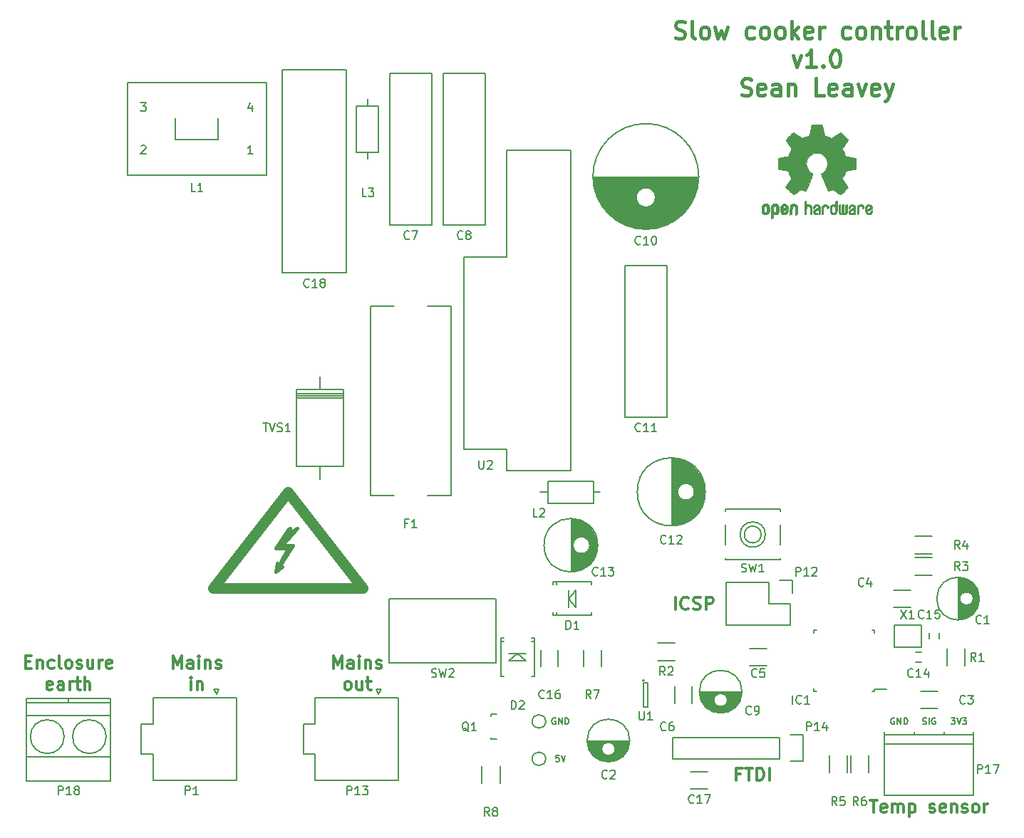
<source format=gbr>
G04 #@! TF.FileFunction,Legend,Top*
%FSLAX46Y46*%
G04 Gerber Fmt 4.6, Leading zero omitted, Abs format (unit mm)*
G04 Created by KiCad (PCBNEW 4.0.4+dfsg1-stable) date Sun Aug 20 17:43:16 2017*
%MOMM*%
%LPD*%
G01*
G04 APERTURE LIST*
%ADD10C,0.100000*%
%ADD11C,0.150000*%
%ADD12C,0.300000*%
%ADD13C,0.400000*%
%ADD14C,0.010000*%
%ADD15C,1.270000*%
%ADD16C,0.381000*%
G04 APERTURE END LIST*
D10*
D11*
X147177143Y-141829286D02*
X146820000Y-141829286D01*
X146784286Y-142186429D01*
X146820000Y-142150714D01*
X146891429Y-142115000D01*
X147070000Y-142115000D01*
X147141429Y-142150714D01*
X147177143Y-142186429D01*
X147212858Y-142257857D01*
X147212858Y-142436429D01*
X147177143Y-142507857D01*
X147141429Y-142543571D01*
X147070000Y-142579286D01*
X146891429Y-142579286D01*
X146820000Y-142543571D01*
X146784286Y-142507857D01*
X147427144Y-141829286D02*
X147677144Y-142579286D01*
X147927144Y-141829286D01*
X146748572Y-137420000D02*
X146677143Y-137384286D01*
X146570000Y-137384286D01*
X146462857Y-137420000D01*
X146391429Y-137491429D01*
X146355714Y-137562857D01*
X146320000Y-137705714D01*
X146320000Y-137812857D01*
X146355714Y-137955714D01*
X146391429Y-138027143D01*
X146462857Y-138098571D01*
X146570000Y-138134286D01*
X146641429Y-138134286D01*
X146748572Y-138098571D01*
X146784286Y-138062857D01*
X146784286Y-137812857D01*
X146641429Y-137812857D01*
X147105714Y-138134286D02*
X147105714Y-137384286D01*
X147534286Y-138134286D01*
X147534286Y-137384286D01*
X147891428Y-138134286D02*
X147891428Y-137384286D01*
X148070000Y-137384286D01*
X148177143Y-137420000D01*
X148248571Y-137491429D01*
X148284286Y-137562857D01*
X148320000Y-137705714D01*
X148320000Y-137812857D01*
X148284286Y-137955714D01*
X148248571Y-138027143D01*
X148177143Y-138098571D01*
X148070000Y-138134286D01*
X147891428Y-138134286D01*
X193762429Y-137384286D02*
X194226715Y-137384286D01*
X193976715Y-137670000D01*
X194083857Y-137670000D01*
X194155286Y-137705714D01*
X194191000Y-137741429D01*
X194226715Y-137812857D01*
X194226715Y-137991429D01*
X194191000Y-138062857D01*
X194155286Y-138098571D01*
X194083857Y-138134286D01*
X193869572Y-138134286D01*
X193798143Y-138098571D01*
X193762429Y-138062857D01*
X194441001Y-137384286D02*
X194691001Y-138134286D01*
X194941001Y-137384286D01*
X195119572Y-137384286D02*
X195583858Y-137384286D01*
X195333858Y-137670000D01*
X195441000Y-137670000D01*
X195512429Y-137705714D01*
X195548143Y-137741429D01*
X195583858Y-137812857D01*
X195583858Y-137991429D01*
X195548143Y-138062857D01*
X195512429Y-138098571D01*
X195441000Y-138134286D01*
X195226715Y-138134286D01*
X195155286Y-138098571D01*
X195119572Y-138062857D01*
X190367143Y-138098571D02*
X190474286Y-138134286D01*
X190652857Y-138134286D01*
X190724286Y-138098571D01*
X190760000Y-138062857D01*
X190795715Y-137991429D01*
X190795715Y-137920000D01*
X190760000Y-137848571D01*
X190724286Y-137812857D01*
X190652857Y-137777143D01*
X190510000Y-137741429D01*
X190438572Y-137705714D01*
X190402857Y-137670000D01*
X190367143Y-137598571D01*
X190367143Y-137527143D01*
X190402857Y-137455714D01*
X190438572Y-137420000D01*
X190510000Y-137384286D01*
X190688572Y-137384286D01*
X190795715Y-137420000D01*
X191117143Y-138134286D02*
X191117143Y-137384286D01*
X191867144Y-137420000D02*
X191795715Y-137384286D01*
X191688572Y-137384286D01*
X191581429Y-137420000D01*
X191510001Y-137491429D01*
X191474286Y-137562857D01*
X191438572Y-137705714D01*
X191438572Y-137812857D01*
X191474286Y-137955714D01*
X191510001Y-138027143D01*
X191581429Y-138098571D01*
X191688572Y-138134286D01*
X191760001Y-138134286D01*
X191867144Y-138098571D01*
X191902858Y-138062857D01*
X191902858Y-137812857D01*
X191760001Y-137812857D01*
X187007572Y-137420000D02*
X186936143Y-137384286D01*
X186829000Y-137384286D01*
X186721857Y-137420000D01*
X186650429Y-137491429D01*
X186614714Y-137562857D01*
X186579000Y-137705714D01*
X186579000Y-137812857D01*
X186614714Y-137955714D01*
X186650429Y-138027143D01*
X186721857Y-138098571D01*
X186829000Y-138134286D01*
X186900429Y-138134286D01*
X187007572Y-138098571D01*
X187043286Y-138062857D01*
X187043286Y-137812857D01*
X186900429Y-137812857D01*
X187364714Y-138134286D02*
X187364714Y-137384286D01*
X187793286Y-138134286D01*
X187793286Y-137384286D01*
X188150428Y-138134286D02*
X188150428Y-137384286D01*
X188329000Y-137384286D01*
X188436143Y-137420000D01*
X188507571Y-137491429D01*
X188543286Y-137562857D01*
X188579000Y-137705714D01*
X188579000Y-137812857D01*
X188543286Y-137955714D01*
X188507571Y-138027143D01*
X188436143Y-138098571D01*
X188329000Y-138134286D01*
X188150428Y-138134286D01*
D12*
X184135000Y-147133571D02*
X184992143Y-147133571D01*
X184563572Y-148633571D02*
X184563572Y-147133571D01*
X186063571Y-148562143D02*
X185920714Y-148633571D01*
X185635000Y-148633571D01*
X185492143Y-148562143D01*
X185420714Y-148419286D01*
X185420714Y-147847857D01*
X185492143Y-147705000D01*
X185635000Y-147633571D01*
X185920714Y-147633571D01*
X186063571Y-147705000D01*
X186135000Y-147847857D01*
X186135000Y-147990714D01*
X185420714Y-148133571D01*
X186777857Y-148633571D02*
X186777857Y-147633571D01*
X186777857Y-147776429D02*
X186849285Y-147705000D01*
X186992143Y-147633571D01*
X187206428Y-147633571D01*
X187349285Y-147705000D01*
X187420714Y-147847857D01*
X187420714Y-148633571D01*
X187420714Y-147847857D02*
X187492143Y-147705000D01*
X187635000Y-147633571D01*
X187849285Y-147633571D01*
X187992143Y-147705000D01*
X188063571Y-147847857D01*
X188063571Y-148633571D01*
X188777857Y-147633571D02*
X188777857Y-149133571D01*
X188777857Y-147705000D02*
X188920714Y-147633571D01*
X189206428Y-147633571D01*
X189349285Y-147705000D01*
X189420714Y-147776429D01*
X189492143Y-147919286D01*
X189492143Y-148347857D01*
X189420714Y-148490714D01*
X189349285Y-148562143D01*
X189206428Y-148633571D01*
X188920714Y-148633571D01*
X188777857Y-148562143D01*
X191206428Y-148562143D02*
X191349285Y-148633571D01*
X191635000Y-148633571D01*
X191777857Y-148562143D01*
X191849285Y-148419286D01*
X191849285Y-148347857D01*
X191777857Y-148205000D01*
X191635000Y-148133571D01*
X191420714Y-148133571D01*
X191277857Y-148062143D01*
X191206428Y-147919286D01*
X191206428Y-147847857D01*
X191277857Y-147705000D01*
X191420714Y-147633571D01*
X191635000Y-147633571D01*
X191777857Y-147705000D01*
X193063571Y-148562143D02*
X192920714Y-148633571D01*
X192635000Y-148633571D01*
X192492143Y-148562143D01*
X192420714Y-148419286D01*
X192420714Y-147847857D01*
X192492143Y-147705000D01*
X192635000Y-147633571D01*
X192920714Y-147633571D01*
X193063571Y-147705000D01*
X193135000Y-147847857D01*
X193135000Y-147990714D01*
X192420714Y-148133571D01*
X193777857Y-147633571D02*
X193777857Y-148633571D01*
X193777857Y-147776429D02*
X193849285Y-147705000D01*
X193992143Y-147633571D01*
X194206428Y-147633571D01*
X194349285Y-147705000D01*
X194420714Y-147847857D01*
X194420714Y-148633571D01*
X195063571Y-148562143D02*
X195206428Y-148633571D01*
X195492143Y-148633571D01*
X195635000Y-148562143D01*
X195706428Y-148419286D01*
X195706428Y-148347857D01*
X195635000Y-148205000D01*
X195492143Y-148133571D01*
X195277857Y-148133571D01*
X195135000Y-148062143D01*
X195063571Y-147919286D01*
X195063571Y-147847857D01*
X195135000Y-147705000D01*
X195277857Y-147633571D01*
X195492143Y-147633571D01*
X195635000Y-147705000D01*
X196563572Y-148633571D02*
X196420714Y-148562143D01*
X196349286Y-148490714D01*
X196277857Y-148347857D01*
X196277857Y-147919286D01*
X196349286Y-147776429D01*
X196420714Y-147705000D01*
X196563572Y-147633571D01*
X196777857Y-147633571D01*
X196920714Y-147705000D01*
X196992143Y-147776429D01*
X197063572Y-147919286D01*
X197063572Y-148347857D01*
X196992143Y-148490714D01*
X196920714Y-148562143D01*
X196777857Y-148633571D01*
X196563572Y-148633571D01*
X197706429Y-148633571D02*
X197706429Y-147633571D01*
X197706429Y-147919286D02*
X197777857Y-147776429D01*
X197849286Y-147705000D01*
X197992143Y-147633571D01*
X198135000Y-147633571D01*
X168715715Y-144037857D02*
X168215715Y-144037857D01*
X168215715Y-144823571D02*
X168215715Y-143323571D01*
X168930001Y-143323571D01*
X169287143Y-143323571D02*
X170144286Y-143323571D01*
X169715715Y-144823571D02*
X169715715Y-143323571D01*
X170644286Y-144823571D02*
X170644286Y-143323571D01*
X171001429Y-143323571D01*
X171215714Y-143395000D01*
X171358572Y-143537857D01*
X171430000Y-143680714D01*
X171501429Y-143966429D01*
X171501429Y-144180714D01*
X171430000Y-144466429D01*
X171358572Y-144609286D01*
X171215714Y-144752143D01*
X171001429Y-144823571D01*
X170644286Y-144823571D01*
X172144286Y-144823571D02*
X172144286Y-143323571D01*
X160980715Y-124503571D02*
X160980715Y-123003571D01*
X162552144Y-124360714D02*
X162480715Y-124432143D01*
X162266429Y-124503571D01*
X162123572Y-124503571D01*
X161909287Y-124432143D01*
X161766429Y-124289286D01*
X161695001Y-124146429D01*
X161623572Y-123860714D01*
X161623572Y-123646429D01*
X161695001Y-123360714D01*
X161766429Y-123217857D01*
X161909287Y-123075000D01*
X162123572Y-123003571D01*
X162266429Y-123003571D01*
X162480715Y-123075000D01*
X162552144Y-123146429D01*
X163123572Y-124432143D02*
X163337858Y-124503571D01*
X163695001Y-124503571D01*
X163837858Y-124432143D01*
X163909287Y-124360714D01*
X163980715Y-124217857D01*
X163980715Y-124075000D01*
X163909287Y-123932143D01*
X163837858Y-123860714D01*
X163695001Y-123789286D01*
X163409287Y-123717857D01*
X163266429Y-123646429D01*
X163195001Y-123575000D01*
X163123572Y-123432143D01*
X163123572Y-123289286D01*
X163195001Y-123146429D01*
X163266429Y-123075000D01*
X163409287Y-123003571D01*
X163766429Y-123003571D01*
X163980715Y-123075000D01*
X164623572Y-124503571D02*
X164623572Y-123003571D01*
X165195000Y-123003571D01*
X165337858Y-123075000D01*
X165409286Y-123146429D01*
X165480715Y-123289286D01*
X165480715Y-123503571D01*
X165409286Y-123646429D01*
X165337858Y-123717857D01*
X165195000Y-123789286D01*
X164623572Y-123789286D01*
X83792858Y-130697857D02*
X84292858Y-130697857D01*
X84507144Y-131483571D02*
X83792858Y-131483571D01*
X83792858Y-129983571D01*
X84507144Y-129983571D01*
X85150001Y-130483571D02*
X85150001Y-131483571D01*
X85150001Y-130626429D02*
X85221429Y-130555000D01*
X85364287Y-130483571D01*
X85578572Y-130483571D01*
X85721429Y-130555000D01*
X85792858Y-130697857D01*
X85792858Y-131483571D01*
X87150001Y-131412143D02*
X87007144Y-131483571D01*
X86721430Y-131483571D01*
X86578572Y-131412143D01*
X86507144Y-131340714D01*
X86435715Y-131197857D01*
X86435715Y-130769286D01*
X86507144Y-130626429D01*
X86578572Y-130555000D01*
X86721430Y-130483571D01*
X87007144Y-130483571D01*
X87150001Y-130555000D01*
X88007144Y-131483571D02*
X87864286Y-131412143D01*
X87792858Y-131269286D01*
X87792858Y-129983571D01*
X88792858Y-131483571D02*
X88650000Y-131412143D01*
X88578572Y-131340714D01*
X88507143Y-131197857D01*
X88507143Y-130769286D01*
X88578572Y-130626429D01*
X88650000Y-130555000D01*
X88792858Y-130483571D01*
X89007143Y-130483571D01*
X89150000Y-130555000D01*
X89221429Y-130626429D01*
X89292858Y-130769286D01*
X89292858Y-131197857D01*
X89221429Y-131340714D01*
X89150000Y-131412143D01*
X89007143Y-131483571D01*
X88792858Y-131483571D01*
X89864286Y-131412143D02*
X90007143Y-131483571D01*
X90292858Y-131483571D01*
X90435715Y-131412143D01*
X90507143Y-131269286D01*
X90507143Y-131197857D01*
X90435715Y-131055000D01*
X90292858Y-130983571D01*
X90078572Y-130983571D01*
X89935715Y-130912143D01*
X89864286Y-130769286D01*
X89864286Y-130697857D01*
X89935715Y-130555000D01*
X90078572Y-130483571D01*
X90292858Y-130483571D01*
X90435715Y-130555000D01*
X91792858Y-130483571D02*
X91792858Y-131483571D01*
X91150001Y-130483571D02*
X91150001Y-131269286D01*
X91221429Y-131412143D01*
X91364287Y-131483571D01*
X91578572Y-131483571D01*
X91721429Y-131412143D01*
X91792858Y-131340714D01*
X92507144Y-131483571D02*
X92507144Y-130483571D01*
X92507144Y-130769286D02*
X92578572Y-130626429D01*
X92650001Y-130555000D01*
X92792858Y-130483571D01*
X92935715Y-130483571D01*
X94007143Y-131412143D02*
X93864286Y-131483571D01*
X93578572Y-131483571D01*
X93435715Y-131412143D01*
X93364286Y-131269286D01*
X93364286Y-130697857D01*
X93435715Y-130555000D01*
X93578572Y-130483571D01*
X93864286Y-130483571D01*
X94007143Y-130555000D01*
X94078572Y-130697857D01*
X94078572Y-130840714D01*
X93364286Y-130983571D01*
X86935714Y-133962143D02*
X86792857Y-134033571D01*
X86507143Y-134033571D01*
X86364286Y-133962143D01*
X86292857Y-133819286D01*
X86292857Y-133247857D01*
X86364286Y-133105000D01*
X86507143Y-133033571D01*
X86792857Y-133033571D01*
X86935714Y-133105000D01*
X87007143Y-133247857D01*
X87007143Y-133390714D01*
X86292857Y-133533571D01*
X88292857Y-134033571D02*
X88292857Y-133247857D01*
X88221428Y-133105000D01*
X88078571Y-133033571D01*
X87792857Y-133033571D01*
X87650000Y-133105000D01*
X88292857Y-133962143D02*
X88150000Y-134033571D01*
X87792857Y-134033571D01*
X87650000Y-133962143D01*
X87578571Y-133819286D01*
X87578571Y-133676429D01*
X87650000Y-133533571D01*
X87792857Y-133462143D01*
X88150000Y-133462143D01*
X88292857Y-133390714D01*
X89007143Y-134033571D02*
X89007143Y-133033571D01*
X89007143Y-133319286D02*
X89078571Y-133176429D01*
X89150000Y-133105000D01*
X89292857Y-133033571D01*
X89435714Y-133033571D01*
X89721428Y-133033571D02*
X90292857Y-133033571D01*
X89935714Y-132533571D02*
X89935714Y-133819286D01*
X90007142Y-133962143D01*
X90150000Y-134033571D01*
X90292857Y-134033571D01*
X90792857Y-134033571D02*
X90792857Y-132533571D01*
X91435714Y-134033571D02*
X91435714Y-133247857D01*
X91364285Y-133105000D01*
X91221428Y-133033571D01*
X91007143Y-133033571D01*
X90864285Y-133105000D01*
X90792857Y-133176429D01*
X120368571Y-131483571D02*
X120368571Y-129983571D01*
X120868571Y-131055000D01*
X121368571Y-129983571D01*
X121368571Y-131483571D01*
X122725714Y-131483571D02*
X122725714Y-130697857D01*
X122654285Y-130555000D01*
X122511428Y-130483571D01*
X122225714Y-130483571D01*
X122082857Y-130555000D01*
X122725714Y-131412143D02*
X122582857Y-131483571D01*
X122225714Y-131483571D01*
X122082857Y-131412143D01*
X122011428Y-131269286D01*
X122011428Y-131126429D01*
X122082857Y-130983571D01*
X122225714Y-130912143D01*
X122582857Y-130912143D01*
X122725714Y-130840714D01*
X123440000Y-131483571D02*
X123440000Y-130483571D01*
X123440000Y-129983571D02*
X123368571Y-130055000D01*
X123440000Y-130126429D01*
X123511428Y-130055000D01*
X123440000Y-129983571D01*
X123440000Y-130126429D01*
X124154286Y-130483571D02*
X124154286Y-131483571D01*
X124154286Y-130626429D02*
X124225714Y-130555000D01*
X124368572Y-130483571D01*
X124582857Y-130483571D01*
X124725714Y-130555000D01*
X124797143Y-130697857D01*
X124797143Y-131483571D01*
X125440000Y-131412143D02*
X125582857Y-131483571D01*
X125868572Y-131483571D01*
X126011429Y-131412143D01*
X126082857Y-131269286D01*
X126082857Y-131197857D01*
X126011429Y-131055000D01*
X125868572Y-130983571D01*
X125654286Y-130983571D01*
X125511429Y-130912143D01*
X125440000Y-130769286D01*
X125440000Y-130697857D01*
X125511429Y-130555000D01*
X125654286Y-130483571D01*
X125868572Y-130483571D01*
X126011429Y-130555000D01*
X121975715Y-134033571D02*
X121832857Y-133962143D01*
X121761429Y-133890714D01*
X121690000Y-133747857D01*
X121690000Y-133319286D01*
X121761429Y-133176429D01*
X121832857Y-133105000D01*
X121975715Y-133033571D01*
X122190000Y-133033571D01*
X122332857Y-133105000D01*
X122404286Y-133176429D01*
X122475715Y-133319286D01*
X122475715Y-133747857D01*
X122404286Y-133890714D01*
X122332857Y-133962143D01*
X122190000Y-134033571D01*
X121975715Y-134033571D01*
X123761429Y-133033571D02*
X123761429Y-134033571D01*
X123118572Y-133033571D02*
X123118572Y-133819286D01*
X123190000Y-133962143D01*
X123332858Y-134033571D01*
X123547143Y-134033571D01*
X123690000Y-133962143D01*
X123761429Y-133890714D01*
X124261429Y-133033571D02*
X124832858Y-133033571D01*
X124475715Y-132533571D02*
X124475715Y-133819286D01*
X124547143Y-133962143D01*
X124690001Y-134033571D01*
X124832858Y-134033571D01*
X101318571Y-131483571D02*
X101318571Y-129983571D01*
X101818571Y-131055000D01*
X102318571Y-129983571D01*
X102318571Y-131483571D01*
X103675714Y-131483571D02*
X103675714Y-130697857D01*
X103604285Y-130555000D01*
X103461428Y-130483571D01*
X103175714Y-130483571D01*
X103032857Y-130555000D01*
X103675714Y-131412143D02*
X103532857Y-131483571D01*
X103175714Y-131483571D01*
X103032857Y-131412143D01*
X102961428Y-131269286D01*
X102961428Y-131126429D01*
X103032857Y-130983571D01*
X103175714Y-130912143D01*
X103532857Y-130912143D01*
X103675714Y-130840714D01*
X104390000Y-131483571D02*
X104390000Y-130483571D01*
X104390000Y-129983571D02*
X104318571Y-130055000D01*
X104390000Y-130126429D01*
X104461428Y-130055000D01*
X104390000Y-129983571D01*
X104390000Y-130126429D01*
X105104286Y-130483571D02*
X105104286Y-131483571D01*
X105104286Y-130626429D02*
X105175714Y-130555000D01*
X105318572Y-130483571D01*
X105532857Y-130483571D01*
X105675714Y-130555000D01*
X105747143Y-130697857D01*
X105747143Y-131483571D01*
X106390000Y-131412143D02*
X106532857Y-131483571D01*
X106818572Y-131483571D01*
X106961429Y-131412143D01*
X107032857Y-131269286D01*
X107032857Y-131197857D01*
X106961429Y-131055000D01*
X106818572Y-130983571D01*
X106604286Y-130983571D01*
X106461429Y-130912143D01*
X106390000Y-130769286D01*
X106390000Y-130697857D01*
X106461429Y-130555000D01*
X106604286Y-130483571D01*
X106818572Y-130483571D01*
X106961429Y-130555000D01*
X103461429Y-134033571D02*
X103461429Y-133033571D01*
X103461429Y-132533571D02*
X103390000Y-132605000D01*
X103461429Y-132676429D01*
X103532857Y-132605000D01*
X103461429Y-132533571D01*
X103461429Y-132676429D01*
X104175715Y-133033571D02*
X104175715Y-134033571D01*
X104175715Y-133176429D02*
X104247143Y-133105000D01*
X104390001Y-133033571D01*
X104604286Y-133033571D01*
X104747143Y-133105000D01*
X104818572Y-133247857D01*
X104818572Y-134033571D01*
D13*
X160990475Y-56464524D02*
X161276190Y-56559762D01*
X161752380Y-56559762D01*
X161942856Y-56464524D01*
X162038094Y-56369286D01*
X162133333Y-56178810D01*
X162133333Y-55988333D01*
X162038094Y-55797857D01*
X161942856Y-55702619D01*
X161752380Y-55607381D01*
X161371428Y-55512143D01*
X161180952Y-55416905D01*
X161085713Y-55321667D01*
X160990475Y-55131190D01*
X160990475Y-54940714D01*
X161085713Y-54750238D01*
X161180952Y-54655000D01*
X161371428Y-54559762D01*
X161847618Y-54559762D01*
X162133333Y-54655000D01*
X163276190Y-56559762D02*
X163085714Y-56464524D01*
X162990475Y-56274048D01*
X162990475Y-54559762D01*
X164323809Y-56559762D02*
X164133333Y-56464524D01*
X164038094Y-56369286D01*
X163942856Y-56178810D01*
X163942856Y-55607381D01*
X164038094Y-55416905D01*
X164133333Y-55321667D01*
X164323809Y-55226429D01*
X164609523Y-55226429D01*
X164799999Y-55321667D01*
X164895237Y-55416905D01*
X164990475Y-55607381D01*
X164990475Y-56178810D01*
X164895237Y-56369286D01*
X164799999Y-56464524D01*
X164609523Y-56559762D01*
X164323809Y-56559762D01*
X165657142Y-55226429D02*
X166038095Y-56559762D01*
X166419047Y-55607381D01*
X166799999Y-56559762D01*
X167180952Y-55226429D01*
X170323809Y-56464524D02*
X170133333Y-56559762D01*
X169752381Y-56559762D01*
X169561905Y-56464524D01*
X169466666Y-56369286D01*
X169371428Y-56178810D01*
X169371428Y-55607381D01*
X169466666Y-55416905D01*
X169561905Y-55321667D01*
X169752381Y-55226429D01*
X170133333Y-55226429D01*
X170323809Y-55321667D01*
X171466667Y-56559762D02*
X171276191Y-56464524D01*
X171180952Y-56369286D01*
X171085714Y-56178810D01*
X171085714Y-55607381D01*
X171180952Y-55416905D01*
X171276191Y-55321667D01*
X171466667Y-55226429D01*
X171752381Y-55226429D01*
X171942857Y-55321667D01*
X172038095Y-55416905D01*
X172133333Y-55607381D01*
X172133333Y-56178810D01*
X172038095Y-56369286D01*
X171942857Y-56464524D01*
X171752381Y-56559762D01*
X171466667Y-56559762D01*
X173276191Y-56559762D02*
X173085715Y-56464524D01*
X172990476Y-56369286D01*
X172895238Y-56178810D01*
X172895238Y-55607381D01*
X172990476Y-55416905D01*
X173085715Y-55321667D01*
X173276191Y-55226429D01*
X173561905Y-55226429D01*
X173752381Y-55321667D01*
X173847619Y-55416905D01*
X173942857Y-55607381D01*
X173942857Y-56178810D01*
X173847619Y-56369286D01*
X173752381Y-56464524D01*
X173561905Y-56559762D01*
X173276191Y-56559762D01*
X174800000Y-56559762D02*
X174800000Y-54559762D01*
X174990477Y-55797857D02*
X175561905Y-56559762D01*
X175561905Y-55226429D02*
X174800000Y-55988333D01*
X177180953Y-56464524D02*
X176990477Y-56559762D01*
X176609525Y-56559762D01*
X176419048Y-56464524D01*
X176323810Y-56274048D01*
X176323810Y-55512143D01*
X176419048Y-55321667D01*
X176609525Y-55226429D01*
X176990477Y-55226429D01*
X177180953Y-55321667D01*
X177276191Y-55512143D01*
X177276191Y-55702619D01*
X176323810Y-55893095D01*
X178133334Y-56559762D02*
X178133334Y-55226429D01*
X178133334Y-55607381D02*
X178228573Y-55416905D01*
X178323811Y-55321667D01*
X178514287Y-55226429D01*
X178704763Y-55226429D01*
X181752382Y-56464524D02*
X181561906Y-56559762D01*
X181180954Y-56559762D01*
X180990478Y-56464524D01*
X180895239Y-56369286D01*
X180800001Y-56178810D01*
X180800001Y-55607381D01*
X180895239Y-55416905D01*
X180990478Y-55321667D01*
X181180954Y-55226429D01*
X181561906Y-55226429D01*
X181752382Y-55321667D01*
X182895240Y-56559762D02*
X182704764Y-56464524D01*
X182609525Y-56369286D01*
X182514287Y-56178810D01*
X182514287Y-55607381D01*
X182609525Y-55416905D01*
X182704764Y-55321667D01*
X182895240Y-55226429D01*
X183180954Y-55226429D01*
X183371430Y-55321667D01*
X183466668Y-55416905D01*
X183561906Y-55607381D01*
X183561906Y-56178810D01*
X183466668Y-56369286D01*
X183371430Y-56464524D01*
X183180954Y-56559762D01*
X182895240Y-56559762D01*
X184419049Y-55226429D02*
X184419049Y-56559762D01*
X184419049Y-55416905D02*
X184514288Y-55321667D01*
X184704764Y-55226429D01*
X184990478Y-55226429D01*
X185180954Y-55321667D01*
X185276192Y-55512143D01*
X185276192Y-56559762D01*
X185942859Y-55226429D02*
X186704764Y-55226429D01*
X186228573Y-54559762D02*
X186228573Y-56274048D01*
X186323812Y-56464524D01*
X186514288Y-56559762D01*
X186704764Y-56559762D01*
X187371430Y-56559762D02*
X187371430Y-55226429D01*
X187371430Y-55607381D02*
X187466669Y-55416905D01*
X187561907Y-55321667D01*
X187752383Y-55226429D01*
X187942859Y-55226429D01*
X188895240Y-56559762D02*
X188704764Y-56464524D01*
X188609525Y-56369286D01*
X188514287Y-56178810D01*
X188514287Y-55607381D01*
X188609525Y-55416905D01*
X188704764Y-55321667D01*
X188895240Y-55226429D01*
X189180954Y-55226429D01*
X189371430Y-55321667D01*
X189466668Y-55416905D01*
X189561906Y-55607381D01*
X189561906Y-56178810D01*
X189466668Y-56369286D01*
X189371430Y-56464524D01*
X189180954Y-56559762D01*
X188895240Y-56559762D01*
X190704764Y-56559762D02*
X190514288Y-56464524D01*
X190419049Y-56274048D01*
X190419049Y-54559762D01*
X191752383Y-56559762D02*
X191561907Y-56464524D01*
X191466668Y-56274048D01*
X191466668Y-54559762D01*
X193276192Y-56464524D02*
X193085716Y-56559762D01*
X192704764Y-56559762D01*
X192514287Y-56464524D01*
X192419049Y-56274048D01*
X192419049Y-55512143D01*
X192514287Y-55321667D01*
X192704764Y-55226429D01*
X193085716Y-55226429D01*
X193276192Y-55321667D01*
X193371430Y-55512143D01*
X193371430Y-55702619D01*
X192419049Y-55893095D01*
X194228573Y-56559762D02*
X194228573Y-55226429D01*
X194228573Y-55607381D02*
X194323812Y-55416905D01*
X194419050Y-55321667D01*
X194609526Y-55226429D01*
X194800002Y-55226429D01*
X174942857Y-58626429D02*
X175419048Y-59959762D01*
X175895238Y-58626429D01*
X177704763Y-59959762D02*
X176561905Y-59959762D01*
X177133334Y-59959762D02*
X177133334Y-57959762D01*
X176942858Y-58245476D01*
X176752382Y-58435952D01*
X176561905Y-58531190D01*
X178561905Y-59769286D02*
X178657144Y-59864524D01*
X178561905Y-59959762D01*
X178466667Y-59864524D01*
X178561905Y-59769286D01*
X178561905Y-59959762D01*
X179895239Y-57959762D02*
X180085715Y-57959762D01*
X180276191Y-58055000D01*
X180371429Y-58150238D01*
X180466667Y-58340714D01*
X180561906Y-58721667D01*
X180561906Y-59197857D01*
X180466667Y-59578810D01*
X180371429Y-59769286D01*
X180276191Y-59864524D01*
X180085715Y-59959762D01*
X179895239Y-59959762D01*
X179704763Y-59864524D01*
X179609525Y-59769286D01*
X179514286Y-59578810D01*
X179419048Y-59197857D01*
X179419048Y-58721667D01*
X179514286Y-58340714D01*
X179609525Y-58150238D01*
X179704763Y-58055000D01*
X179895239Y-57959762D01*
X168847617Y-63264524D02*
X169133332Y-63359762D01*
X169609522Y-63359762D01*
X169799998Y-63264524D01*
X169895236Y-63169286D01*
X169990475Y-62978810D01*
X169990475Y-62788333D01*
X169895236Y-62597857D01*
X169799998Y-62502619D01*
X169609522Y-62407381D01*
X169228570Y-62312143D01*
X169038094Y-62216905D01*
X168942855Y-62121667D01*
X168847617Y-61931190D01*
X168847617Y-61740714D01*
X168942855Y-61550238D01*
X169038094Y-61455000D01*
X169228570Y-61359762D01*
X169704760Y-61359762D01*
X169990475Y-61455000D01*
X171609522Y-63264524D02*
X171419046Y-63359762D01*
X171038094Y-63359762D01*
X170847617Y-63264524D01*
X170752379Y-63074048D01*
X170752379Y-62312143D01*
X170847617Y-62121667D01*
X171038094Y-62026429D01*
X171419046Y-62026429D01*
X171609522Y-62121667D01*
X171704760Y-62312143D01*
X171704760Y-62502619D01*
X170752379Y-62693095D01*
X173419046Y-63359762D02*
X173419046Y-62312143D01*
X173323808Y-62121667D01*
X173133332Y-62026429D01*
X172752380Y-62026429D01*
X172561903Y-62121667D01*
X173419046Y-63264524D02*
X173228570Y-63359762D01*
X172752380Y-63359762D01*
X172561903Y-63264524D01*
X172466665Y-63074048D01*
X172466665Y-62883571D01*
X172561903Y-62693095D01*
X172752380Y-62597857D01*
X173228570Y-62597857D01*
X173419046Y-62502619D01*
X174371427Y-62026429D02*
X174371427Y-63359762D01*
X174371427Y-62216905D02*
X174466666Y-62121667D01*
X174657142Y-62026429D01*
X174942856Y-62026429D01*
X175133332Y-62121667D01*
X175228570Y-62312143D01*
X175228570Y-63359762D01*
X178657142Y-63359762D02*
X177704761Y-63359762D01*
X177704761Y-61359762D01*
X180085714Y-63264524D02*
X179895238Y-63359762D01*
X179514286Y-63359762D01*
X179323809Y-63264524D01*
X179228571Y-63074048D01*
X179228571Y-62312143D01*
X179323809Y-62121667D01*
X179514286Y-62026429D01*
X179895238Y-62026429D01*
X180085714Y-62121667D01*
X180180952Y-62312143D01*
X180180952Y-62502619D01*
X179228571Y-62693095D01*
X181895238Y-63359762D02*
X181895238Y-62312143D01*
X181800000Y-62121667D01*
X181609524Y-62026429D01*
X181228572Y-62026429D01*
X181038095Y-62121667D01*
X181895238Y-63264524D02*
X181704762Y-63359762D01*
X181228572Y-63359762D01*
X181038095Y-63264524D01*
X180942857Y-63074048D01*
X180942857Y-62883571D01*
X181038095Y-62693095D01*
X181228572Y-62597857D01*
X181704762Y-62597857D01*
X181895238Y-62502619D01*
X182657143Y-62026429D02*
X183133334Y-63359762D01*
X183609524Y-62026429D01*
X185133334Y-63264524D02*
X184942858Y-63359762D01*
X184561906Y-63359762D01*
X184371429Y-63264524D01*
X184276191Y-63074048D01*
X184276191Y-62312143D01*
X184371429Y-62121667D01*
X184561906Y-62026429D01*
X184942858Y-62026429D01*
X185133334Y-62121667D01*
X185228572Y-62312143D01*
X185228572Y-62502619D01*
X184276191Y-62693095D01*
X185895239Y-62026429D02*
X186371430Y-63359762D01*
X186847620Y-62026429D02*
X186371430Y-63359762D01*
X186180954Y-63835952D01*
X186085715Y-63931190D01*
X185895239Y-64026429D01*
D11*
X184670000Y-134200000D02*
X184670000Y-133975000D01*
X177420000Y-134200000D02*
X177420000Y-133875000D01*
X177420000Y-126950000D02*
X177420000Y-127275000D01*
X184670000Y-126950000D02*
X184670000Y-127275000D01*
X184670000Y-134200000D02*
X184345000Y-134200000D01*
X184670000Y-126950000D02*
X184345000Y-126950000D01*
X177420000Y-126950000D02*
X177745000Y-126950000D01*
X177420000Y-134200000D02*
X177745000Y-134200000D01*
X184670000Y-133975000D02*
X186095000Y-133975000D01*
X194655000Y-120691000D02*
X194655000Y-125689000D01*
X194795000Y-120699000D02*
X194795000Y-123036000D01*
X194795000Y-123344000D02*
X194795000Y-125681000D01*
X194935000Y-120715000D02*
X194935000Y-122717000D01*
X194935000Y-123663000D02*
X194935000Y-125665000D01*
X195075000Y-120739000D02*
X195075000Y-122570000D01*
X195075000Y-123810000D02*
X195075000Y-125641000D01*
X195215000Y-120772000D02*
X195215000Y-122478000D01*
X195215000Y-123902000D02*
X195215000Y-125608000D01*
X195355000Y-120813000D02*
X195355000Y-122422000D01*
X195355000Y-123958000D02*
X195355000Y-125567000D01*
X195495000Y-120863000D02*
X195495000Y-122395000D01*
X195495000Y-123985000D02*
X195495000Y-125517000D01*
X195635000Y-120924000D02*
X195635000Y-122392000D01*
X195635000Y-123988000D02*
X195635000Y-125456000D01*
X195775000Y-120994000D02*
X195775000Y-122414000D01*
X195775000Y-123966000D02*
X195775000Y-125386000D01*
X195915000Y-121076000D02*
X195915000Y-122464000D01*
X195915000Y-123916000D02*
X195915000Y-125304000D01*
X196055000Y-121171000D02*
X196055000Y-122546000D01*
X196055000Y-123834000D02*
X196055000Y-125209000D01*
X196195000Y-121282000D02*
X196195000Y-122678000D01*
X196195000Y-123702000D02*
X196195000Y-125098000D01*
X196335000Y-121410000D02*
X196335000Y-122925000D01*
X196335000Y-123455000D02*
X196335000Y-124970000D01*
X196475000Y-121559000D02*
X196475000Y-124821000D01*
X196615000Y-121738000D02*
X196615000Y-124642000D01*
X196755000Y-121957000D02*
X196755000Y-124423000D01*
X196895000Y-122246000D02*
X196895000Y-124134000D01*
X197035000Y-122718000D02*
X197035000Y-123662000D01*
X196380000Y-123190000D02*
G75*
G03X196380000Y-123190000I-800000J0D01*
G01*
X197117500Y-123190000D02*
G75*
G03X197117500Y-123190000I-2537500J0D01*
G01*
X155534000Y-140140000D02*
X150536000Y-140140000D01*
X155526000Y-140280000D02*
X153189000Y-140280000D01*
X152881000Y-140280000D02*
X150544000Y-140280000D01*
X155510000Y-140420000D02*
X153508000Y-140420000D01*
X152562000Y-140420000D02*
X150560000Y-140420000D01*
X155486000Y-140560000D02*
X153655000Y-140560000D01*
X152415000Y-140560000D02*
X150584000Y-140560000D01*
X155453000Y-140700000D02*
X153747000Y-140700000D01*
X152323000Y-140700000D02*
X150617000Y-140700000D01*
X155412000Y-140840000D02*
X153803000Y-140840000D01*
X152267000Y-140840000D02*
X150658000Y-140840000D01*
X155362000Y-140980000D02*
X153830000Y-140980000D01*
X152240000Y-140980000D02*
X150708000Y-140980000D01*
X155301000Y-141120000D02*
X153833000Y-141120000D01*
X152237000Y-141120000D02*
X150769000Y-141120000D01*
X155231000Y-141260000D02*
X153811000Y-141260000D01*
X152259000Y-141260000D02*
X150839000Y-141260000D01*
X155149000Y-141400000D02*
X153761000Y-141400000D01*
X152309000Y-141400000D02*
X150921000Y-141400000D01*
X155054000Y-141540000D02*
X153679000Y-141540000D01*
X152391000Y-141540000D02*
X151016000Y-141540000D01*
X154943000Y-141680000D02*
X153547000Y-141680000D01*
X152523000Y-141680000D02*
X151127000Y-141680000D01*
X154815000Y-141820000D02*
X153300000Y-141820000D01*
X152770000Y-141820000D02*
X151255000Y-141820000D01*
X154666000Y-141960000D02*
X151404000Y-141960000D01*
X154487000Y-142100000D02*
X151583000Y-142100000D01*
X154268000Y-142240000D02*
X151802000Y-142240000D01*
X153979000Y-142380000D02*
X152091000Y-142380000D01*
X153507000Y-142520000D02*
X152563000Y-142520000D01*
X153835000Y-141065000D02*
G75*
G03X153835000Y-141065000I-800000J0D01*
G01*
X155572500Y-140065000D02*
G75*
G03X155572500Y-140065000I-2537500J0D01*
G01*
X190135000Y-136280000D02*
X192135000Y-136280000D01*
X192135000Y-134230000D02*
X190135000Y-134230000D01*
X186960000Y-124215000D02*
X188960000Y-124215000D01*
X188960000Y-122165000D02*
X186960000Y-122165000D01*
X171815000Y-129150000D02*
X169815000Y-129150000D01*
X169815000Y-131200000D02*
X171815000Y-131200000D01*
X162950000Y-135620000D02*
X162950000Y-133620000D01*
X160900000Y-133620000D02*
X160900000Y-135620000D01*
X127040000Y-78730000D02*
X127040000Y-78730000D01*
X132040000Y-60730000D02*
X127040000Y-60730000D01*
X127040000Y-60730000D02*
X127040000Y-78730000D01*
X127040000Y-78730000D02*
X132040000Y-78730000D01*
X132040000Y-78730000D02*
X132040000Y-60730000D01*
X138390000Y-60730000D02*
X138390000Y-60730000D01*
X133390000Y-78730000D02*
X138390000Y-78730000D01*
X138390000Y-78730000D02*
X138390000Y-60730000D01*
X138390000Y-60730000D02*
X133390000Y-60730000D01*
X133390000Y-60730000D02*
X133390000Y-78730000D01*
X168869000Y-134330000D02*
X163871000Y-134330000D01*
X168861000Y-134470000D02*
X166524000Y-134470000D01*
X166216000Y-134470000D02*
X163879000Y-134470000D01*
X168845000Y-134610000D02*
X166843000Y-134610000D01*
X165897000Y-134610000D02*
X163895000Y-134610000D01*
X168821000Y-134750000D02*
X166990000Y-134750000D01*
X165750000Y-134750000D02*
X163919000Y-134750000D01*
X168788000Y-134890000D02*
X167082000Y-134890000D01*
X165658000Y-134890000D02*
X163952000Y-134890000D01*
X168747000Y-135030000D02*
X167138000Y-135030000D01*
X165602000Y-135030000D02*
X163993000Y-135030000D01*
X168697000Y-135170000D02*
X167165000Y-135170000D01*
X165575000Y-135170000D02*
X164043000Y-135170000D01*
X168636000Y-135310000D02*
X167168000Y-135310000D01*
X165572000Y-135310000D02*
X164104000Y-135310000D01*
X168566000Y-135450000D02*
X167146000Y-135450000D01*
X165594000Y-135450000D02*
X164174000Y-135450000D01*
X168484000Y-135590000D02*
X167096000Y-135590000D01*
X165644000Y-135590000D02*
X164256000Y-135590000D01*
X168389000Y-135730000D02*
X167014000Y-135730000D01*
X165726000Y-135730000D02*
X164351000Y-135730000D01*
X168278000Y-135870000D02*
X166882000Y-135870000D01*
X165858000Y-135870000D02*
X164462000Y-135870000D01*
X168150000Y-136010000D02*
X166635000Y-136010000D01*
X166105000Y-136010000D02*
X164590000Y-136010000D01*
X168001000Y-136150000D02*
X164739000Y-136150000D01*
X167822000Y-136290000D02*
X164918000Y-136290000D01*
X167603000Y-136430000D02*
X165137000Y-136430000D01*
X167314000Y-136570000D02*
X165426000Y-136570000D01*
X166842000Y-136710000D02*
X165898000Y-136710000D01*
X167170000Y-135255000D02*
G75*
G03X167170000Y-135255000I-800000J0D01*
G01*
X168907500Y-134255000D02*
G75*
G03X168907500Y-134255000I-2537500J0D01*
G01*
X163730000Y-73060000D02*
X151230000Y-73060000D01*
X163726000Y-73200000D02*
X151234000Y-73200000D01*
X163720000Y-73340000D02*
X151240000Y-73340000D01*
X163710000Y-73480000D02*
X151250000Y-73480000D01*
X163698000Y-73620000D02*
X151262000Y-73620000D01*
X163682000Y-73760000D02*
X151278000Y-73760000D01*
X163663000Y-73900000D02*
X151297000Y-73900000D01*
X163640000Y-74040000D02*
X151320000Y-74040000D01*
X163615000Y-74180000D02*
X151345000Y-74180000D01*
X163586000Y-74320000D02*
X151374000Y-74320000D01*
X163553000Y-74460000D02*
X158001000Y-74460000D01*
X156959000Y-74460000D02*
X151407000Y-74460000D01*
X163518000Y-74600000D02*
X158214000Y-74600000D01*
X156746000Y-74600000D02*
X151442000Y-74600000D01*
X163479000Y-74740000D02*
X158356000Y-74740000D01*
X156604000Y-74740000D02*
X151481000Y-74740000D01*
X163436000Y-74880000D02*
X158458000Y-74880000D01*
X156502000Y-74880000D02*
X151524000Y-74880000D01*
X163389000Y-75020000D02*
X158532000Y-75020000D01*
X156428000Y-75020000D02*
X151571000Y-75020000D01*
X163339000Y-75160000D02*
X158583000Y-75160000D01*
X156377000Y-75160000D02*
X151621000Y-75160000D01*
X163285000Y-75300000D02*
X158615000Y-75300000D01*
X156345000Y-75300000D02*
X151675000Y-75300000D01*
X163228000Y-75440000D02*
X158629000Y-75440000D01*
X156331000Y-75440000D02*
X151732000Y-75440000D01*
X163166000Y-75580000D02*
X158626000Y-75580000D01*
X156334000Y-75580000D02*
X151794000Y-75580000D01*
X163100000Y-75720000D02*
X158606000Y-75720000D01*
X156354000Y-75720000D02*
X151860000Y-75720000D01*
X163029000Y-75860000D02*
X158567000Y-75860000D01*
X156393000Y-75860000D02*
X151931000Y-75860000D01*
X162955000Y-76000000D02*
X158508000Y-76000000D01*
X156452000Y-76000000D02*
X152005000Y-76000000D01*
X162875000Y-76140000D02*
X158425000Y-76140000D01*
X156535000Y-76140000D02*
X152085000Y-76140000D01*
X162791000Y-76280000D02*
X158311000Y-76280000D01*
X156649000Y-76280000D02*
X152169000Y-76280000D01*
X162701000Y-76420000D02*
X158150000Y-76420000D01*
X156810000Y-76420000D02*
X152259000Y-76420000D01*
X162607000Y-76560000D02*
X157889000Y-76560000D01*
X157071000Y-76560000D02*
X152353000Y-76560000D01*
X162506000Y-76700000D02*
X152454000Y-76700000D01*
X162399000Y-76840000D02*
X152561000Y-76840000D01*
X162287000Y-76980000D02*
X152673000Y-76980000D01*
X162167000Y-77120000D02*
X152793000Y-77120000D01*
X162039000Y-77260000D02*
X152921000Y-77260000D01*
X161904000Y-77400000D02*
X153056000Y-77400000D01*
X161760000Y-77540000D02*
X153200000Y-77540000D01*
X161605000Y-77680000D02*
X153355000Y-77680000D01*
X161440000Y-77820000D02*
X153520000Y-77820000D01*
X161263000Y-77960000D02*
X153697000Y-77960000D01*
X161072000Y-78100000D02*
X153888000Y-78100000D01*
X160863000Y-78240000D02*
X154097000Y-78240000D01*
X160635000Y-78380000D02*
X154325000Y-78380000D01*
X160383000Y-78520000D02*
X154577000Y-78520000D01*
X160099000Y-78660000D02*
X154861000Y-78660000D01*
X159771000Y-78800000D02*
X155189000Y-78800000D01*
X159377000Y-78940000D02*
X155583000Y-78940000D01*
X158863000Y-79080000D02*
X156097000Y-79080000D01*
X157913000Y-79220000D02*
X157047000Y-79220000D01*
X158630000Y-75485000D02*
G75*
G03X158630000Y-75485000I-1150000J0D01*
G01*
X163767500Y-72985000D02*
G75*
G03X163767500Y-72985000I-6287500J0D01*
G01*
X154980000Y-101603975D02*
X154980000Y-101603975D01*
X159980000Y-83603975D02*
X154980000Y-83603975D01*
X154980000Y-83603975D02*
X154980000Y-101603975D01*
X154980000Y-101603975D02*
X159980000Y-101603975D01*
X159980000Y-101603975D02*
X159980000Y-83603975D01*
X160575000Y-106491000D02*
X160575000Y-114489000D01*
X160715000Y-106496000D02*
X160715000Y-114484000D01*
X160855000Y-106506000D02*
X160855000Y-114474000D01*
X160995000Y-106521000D02*
X160995000Y-114459000D01*
X161135000Y-106541000D02*
X161135000Y-114439000D01*
X161275000Y-106566000D02*
X161275000Y-110268000D01*
X161275000Y-110712000D02*
X161275000Y-114414000D01*
X161415000Y-106596000D02*
X161415000Y-109940000D01*
X161415000Y-111040000D02*
X161415000Y-114384000D01*
X161555000Y-106632000D02*
X161555000Y-109771000D01*
X161555000Y-111209000D02*
X161555000Y-114348000D01*
X161695000Y-106673000D02*
X161695000Y-109658000D01*
X161695000Y-111322000D02*
X161695000Y-114307000D01*
X161835000Y-106719000D02*
X161835000Y-109580000D01*
X161835000Y-111400000D02*
X161835000Y-114261000D01*
X161975000Y-106772000D02*
X161975000Y-109529000D01*
X161975000Y-111451000D02*
X161975000Y-114208000D01*
X162115000Y-106831000D02*
X162115000Y-109499000D01*
X162115000Y-111481000D02*
X162115000Y-114149000D01*
X162255000Y-106896000D02*
X162255000Y-109490000D01*
X162255000Y-111490000D02*
X162255000Y-114084000D01*
X162395000Y-106967000D02*
X162395000Y-109501000D01*
X162395000Y-111479000D02*
X162395000Y-114013000D01*
X162535000Y-107046000D02*
X162535000Y-109531000D01*
X162535000Y-111449000D02*
X162535000Y-113934000D01*
X162675000Y-107133000D02*
X162675000Y-109585000D01*
X162675000Y-111395000D02*
X162675000Y-113847000D01*
X162815000Y-107228000D02*
X162815000Y-109665000D01*
X162815000Y-111315000D02*
X162815000Y-113752000D01*
X162955000Y-107332000D02*
X162955000Y-109781000D01*
X162955000Y-111199000D02*
X162955000Y-113648000D01*
X163095000Y-107446000D02*
X163095000Y-109955000D01*
X163095000Y-111025000D02*
X163095000Y-113534000D01*
X163235000Y-107571000D02*
X163235000Y-110317000D01*
X163235000Y-110663000D02*
X163235000Y-113409000D01*
X163375000Y-107709000D02*
X163375000Y-113271000D01*
X163515000Y-107861000D02*
X163515000Y-113119000D01*
X163655000Y-108031000D02*
X163655000Y-112949000D01*
X163795000Y-108222000D02*
X163795000Y-112758000D01*
X163935000Y-108440000D02*
X163935000Y-112540000D01*
X164075000Y-108696000D02*
X164075000Y-112284000D01*
X164215000Y-109007000D02*
X164215000Y-111973000D01*
X164355000Y-109423000D02*
X164355000Y-111557000D01*
X164495000Y-110290000D02*
X164495000Y-110690000D01*
X163250000Y-110490000D02*
G75*
G03X163250000Y-110490000I-1000000J0D01*
G01*
X164537500Y-110490000D02*
G75*
G03X164537500Y-110490000I-4037500J0D01*
G01*
X148645000Y-113691000D02*
X148645000Y-119989000D01*
X148785000Y-113697000D02*
X148785000Y-119983000D01*
X148925000Y-113710000D02*
X148925000Y-116394000D01*
X148925000Y-117286000D02*
X148925000Y-119970000D01*
X149065000Y-113729000D02*
X149065000Y-116184000D01*
X149065000Y-117496000D02*
X149065000Y-119951000D01*
X149205000Y-113755000D02*
X149205000Y-116051000D01*
X149205000Y-117629000D02*
X149205000Y-119925000D01*
X149345000Y-113787000D02*
X149345000Y-115960000D01*
X149345000Y-117720000D02*
X149345000Y-119893000D01*
X149485000Y-113826000D02*
X149485000Y-115898000D01*
X149485000Y-117782000D02*
X149485000Y-119854000D01*
X149625000Y-113872000D02*
X149625000Y-115859000D01*
X149625000Y-117821000D02*
X149625000Y-119808000D01*
X149765000Y-113925000D02*
X149765000Y-115842000D01*
X149765000Y-117838000D02*
X149765000Y-119755000D01*
X149905000Y-113987000D02*
X149905000Y-115844000D01*
X149905000Y-117836000D02*
X149905000Y-119693000D01*
X150045000Y-114057000D02*
X150045000Y-115866000D01*
X150045000Y-117814000D02*
X150045000Y-119623000D01*
X150185000Y-114136000D02*
X150185000Y-115909000D01*
X150185000Y-117771000D02*
X150185000Y-119544000D01*
X150325000Y-114224000D02*
X150325000Y-115977000D01*
X150325000Y-117703000D02*
X150325000Y-119456000D01*
X150465000Y-114324000D02*
X150465000Y-116076000D01*
X150465000Y-117604000D02*
X150465000Y-119356000D01*
X150605000Y-114436000D02*
X150605000Y-116221000D01*
X150605000Y-117459000D02*
X150605000Y-119244000D01*
X150745000Y-114561000D02*
X150745000Y-116460000D01*
X150745000Y-117220000D02*
X150745000Y-119119000D01*
X150885000Y-114704000D02*
X150885000Y-118976000D01*
X151025000Y-114866000D02*
X151025000Y-118814000D01*
X151165000Y-115054000D02*
X151165000Y-118626000D01*
X151305000Y-115277000D02*
X151305000Y-118403000D01*
X151445000Y-115553000D02*
X151445000Y-118127000D01*
X151585000Y-115928000D02*
X151585000Y-117752000D01*
X150820000Y-116840000D02*
G75*
G03X150820000Y-116840000I-1000000J0D01*
G01*
X151757500Y-116840000D02*
G75*
G03X151757500Y-116840000I-3187500J0D01*
G01*
X189515000Y-129575000D02*
X190215000Y-129575000D01*
X190215000Y-130775000D02*
X189515000Y-130775000D01*
X192370000Y-127285000D02*
X192370000Y-127985000D01*
X191170000Y-127985000D02*
X191170000Y-127285000D01*
X147075000Y-131270000D02*
X147075000Y-129270000D01*
X145025000Y-129270000D02*
X145025000Y-131270000D01*
X162830000Y-145805000D02*
X164830000Y-145805000D01*
X164830000Y-143755000D02*
X162830000Y-143755000D01*
X148300440Y-123190000D02*
X149148800Y-122189240D01*
X149148800Y-122189240D02*
X149148800Y-124190760D01*
X149148800Y-124190760D02*
X148300440Y-123190000D01*
X148300440Y-123190000D02*
X148300440Y-124190760D01*
X148300440Y-123190000D02*
X148300440Y-122189240D01*
X146443700Y-124990000D02*
X146443700Y-124790200D01*
X146900740Y-124990000D02*
X146900740Y-124791000D01*
X151051260Y-124990000D02*
X151051260Y-124841000D01*
X146448780Y-121390000D02*
X146448780Y-121539000D01*
X146900740Y-121390000D02*
X146900740Y-121539000D01*
X151051260Y-121390000D02*
X151051260Y-121539000D01*
X146900740Y-125138980D02*
X146900740Y-124940860D01*
X146900740Y-121191020D02*
X146900740Y-121389140D01*
X151046180Y-125186440D02*
X151046180Y-124988320D01*
X146443700Y-125186440D02*
X151046180Y-125186440D01*
X146443700Y-125186440D02*
X146443700Y-124988320D01*
X146448780Y-121191020D02*
X146448780Y-121389140D01*
X146448780Y-121191020D02*
X151051260Y-121191020D01*
X151051260Y-121191020D02*
X151051260Y-121389140D01*
X142240000Y-129725420D02*
X143240760Y-130573780D01*
X143240760Y-130573780D02*
X141239240Y-130573780D01*
X141239240Y-130573780D02*
X142240000Y-129725420D01*
X142240000Y-129725420D02*
X141239240Y-129725420D01*
X142240000Y-129725420D02*
X143240760Y-129725420D01*
X140440000Y-127868680D02*
X140639800Y-127868680D01*
X140440000Y-128325720D02*
X140639000Y-128325720D01*
X140440000Y-132476240D02*
X140589000Y-132476240D01*
X144040000Y-127873760D02*
X143891000Y-127873760D01*
X144040000Y-128325720D02*
X143891000Y-128325720D01*
X144040000Y-132476240D02*
X143891000Y-132476240D01*
X140291020Y-128325720D02*
X140489140Y-128325720D01*
X144238980Y-128325720D02*
X144040860Y-128325720D01*
X140243560Y-132471160D02*
X140441680Y-132471160D01*
X140243560Y-127868680D02*
X140243560Y-132471160D01*
X140243560Y-127868680D02*
X140441680Y-127868680D01*
X144238980Y-127873760D02*
X144040860Y-127873760D01*
X144238980Y-127873760D02*
X144238980Y-132476240D01*
X144238980Y-132476240D02*
X144040860Y-132476240D01*
X151305260Y-110490000D02*
X152067260Y-110490000D01*
X145844260Y-110490000D02*
X144955260Y-110490000D01*
X151305260Y-109220000D02*
X151305260Y-111887000D01*
X151305260Y-111887000D02*
X145844260Y-111887000D01*
X145844260Y-111887000D02*
X145844260Y-109220000D01*
X145844260Y-109220000D02*
X151305260Y-109220000D01*
X145583219Y-142240000D02*
G75*
G03X145583219Y-142240000I-803219J0D01*
G01*
X145583219Y-137795000D02*
G75*
G03X145583219Y-137795000I-803219J0D01*
G01*
X172085000Y-121285000D02*
X167005000Y-121285000D01*
X174905000Y-121005000D02*
X174905000Y-122555000D01*
X174625000Y-123825000D02*
X172085000Y-123825000D01*
X172085000Y-123825000D02*
X172085000Y-121285000D01*
X167005000Y-121285000D02*
X167005000Y-126365000D01*
X167005000Y-126365000D02*
X172085000Y-126365000D01*
X174905000Y-121005000D02*
X173355000Y-121005000D01*
X174625000Y-126365000D02*
X174625000Y-123825000D01*
X172085000Y-126365000D02*
X174625000Y-126365000D01*
X173355000Y-142240000D02*
X160655000Y-142240000D01*
X160655000Y-142240000D02*
X160655000Y-139700000D01*
X160655000Y-139700000D02*
X173355000Y-139700000D01*
X176175000Y-142520000D02*
X174625000Y-142520000D01*
X173355000Y-142240000D02*
X173355000Y-139700000D01*
X174625000Y-139420000D02*
X176175000Y-139420000D01*
X176175000Y-139420000D02*
X176175000Y-142520000D01*
X139049760Y-137130840D02*
X139049760Y-137179100D01*
X139750800Y-139929820D02*
X139049760Y-139929820D01*
X139049760Y-139929820D02*
X139049760Y-139680900D01*
X139049760Y-137130840D02*
X139049760Y-136930180D01*
X139049760Y-136930180D02*
X139750800Y-136930180D01*
X195385000Y-129175000D02*
X195385000Y-131175000D01*
X193235000Y-131175000D02*
X193235000Y-129175000D01*
X158925000Y-128465000D02*
X160925000Y-128465000D01*
X160925000Y-130615000D02*
X158925000Y-130615000D01*
X189500000Y-118305000D02*
X191500000Y-118305000D01*
X191500000Y-120455000D02*
X189500000Y-120455000D01*
X189500000Y-115765000D02*
X191500000Y-115765000D01*
X191500000Y-117915000D02*
X189500000Y-117915000D01*
X179265000Y-143875000D02*
X179265000Y-141875000D01*
X181415000Y-141875000D02*
X181415000Y-143875000D01*
X181805000Y-143875000D02*
X181805000Y-141875000D01*
X183955000Y-141875000D02*
X183955000Y-143875000D01*
X150055000Y-131270000D02*
X150055000Y-129270000D01*
X152205000Y-129270000D02*
X152205000Y-131270000D01*
X137990000Y-145145000D02*
X137990000Y-143145000D01*
X140140000Y-143145000D02*
X140140000Y-145145000D01*
X166930000Y-118570000D02*
X166930000Y-118370000D01*
X166930000Y-112570000D02*
X166930000Y-112770000D01*
X173430000Y-112570000D02*
X173430000Y-112770000D01*
X173430000Y-118570000D02*
X173430000Y-118370000D01*
X173430000Y-116770000D02*
X173430000Y-114370000D01*
X166930000Y-116770000D02*
X166930000Y-114370000D01*
X166930000Y-118570000D02*
X173430000Y-118570000D01*
X173430000Y-112570000D02*
X166930000Y-112570000D01*
X171180000Y-115570000D02*
G75*
G03X171180000Y-115570000I-1000000J0D01*
G01*
X171680000Y-115570000D02*
G75*
G03X171680000Y-115570000I-1500000J0D01*
G01*
X139630000Y-130810000D02*
X127000000Y-130810000D01*
X127000000Y-130810000D02*
X127000000Y-123190000D01*
X139630000Y-123190000D02*
X127000000Y-123190000D01*
X139700000Y-130810000D02*
X139700000Y-123190000D01*
X157280000Y-132920000D02*
G75*
G03X157280000Y-132920000I-100000J0D01*
G01*
X157730000Y-133170000D02*
X157230000Y-133170000D01*
X157730000Y-136070000D02*
X157730000Y-133170000D01*
X157230000Y-136070000D02*
X157730000Y-136070000D01*
X157230000Y-133170000D02*
X157230000Y-136070000D01*
X190195000Y-128935000D02*
X186995000Y-128935000D01*
X186995000Y-128935000D02*
X186995000Y-126335000D01*
X186995000Y-126335000D02*
X190195000Y-126335000D01*
X190195000Y-126335000D02*
X190195000Y-128935000D01*
X118745000Y-107442000D02*
X118745000Y-108966000D01*
X118745000Y-98298000D02*
X118745000Y-96774000D01*
X121539000Y-99314000D02*
X115951000Y-99314000D01*
X121539000Y-99060000D02*
X115951000Y-99060000D01*
X121539000Y-98806000D02*
X115951000Y-98806000D01*
X115951000Y-98298000D02*
X121539000Y-98298000D01*
X121539000Y-98298000D02*
X121539000Y-107442000D01*
X121539000Y-107442000D02*
X115951000Y-107442000D01*
X115951000Y-107442000D02*
X115951000Y-98298000D01*
X192935000Y-139410000D02*
X192935000Y-139010000D01*
X189335000Y-139410000D02*
X189335000Y-139010000D01*
X196435000Y-140510000D02*
X185835000Y-140510000D01*
X196435000Y-139410000D02*
X185835000Y-139410000D01*
X196435000Y-146610000D02*
X196435000Y-139010000D01*
X185835000Y-139010000D02*
X185835000Y-146610000D01*
X185835000Y-146610000D02*
X196435000Y-146610000D01*
X114310000Y-84430000D02*
X114310000Y-60330000D01*
X114310000Y-60330000D02*
X121910000Y-60330000D01*
X121910000Y-60330000D02*
X121910000Y-84430000D01*
X114310000Y-84430000D02*
X121910000Y-84430000D01*
X124460000Y-70104000D02*
X124460000Y-70866000D01*
X124460000Y-64643000D02*
X124460000Y-63754000D01*
X125730000Y-70104000D02*
X123063000Y-70104000D01*
X123063000Y-70104000D02*
X123063000Y-64643000D01*
X123063000Y-64643000D02*
X125730000Y-64643000D01*
X125730000Y-64643000D02*
X125730000Y-70104000D01*
X106680000Y-66040000D02*
X106680000Y-68580000D01*
X106680000Y-68580000D02*
X101600000Y-68580000D01*
X101600000Y-68580000D02*
X101600000Y-66040000D01*
X112390000Y-61810000D02*
X112390000Y-72810000D01*
X95890000Y-72810000D02*
X112390000Y-72810000D01*
X95890000Y-61810000D02*
X95890000Y-72810000D01*
X95890000Y-61810000D02*
X112390000Y-61810000D01*
X134340000Y-88445000D02*
X131540000Y-88445000D01*
X127540000Y-88445000D02*
X124740000Y-88445000D01*
X127540000Y-110945000D02*
X124740000Y-110945000D01*
X124740000Y-110945000D02*
X124740000Y-88445000D01*
X134340000Y-110945000D02*
X134340000Y-88445000D01*
X134340000Y-110945000D02*
X131540000Y-110945000D01*
X108815000Y-139895000D02*
X108815000Y-134995000D01*
X108815000Y-134995000D02*
X98915000Y-134995000D01*
X98915000Y-134995000D02*
X98915000Y-138095000D01*
X98915000Y-138095000D02*
X97515000Y-138095000D01*
X97515000Y-138095000D02*
X97515000Y-139895000D01*
X108815000Y-139895000D02*
X108815000Y-144795000D01*
X108815000Y-144795000D02*
X98915000Y-144795000D01*
X98915000Y-144795000D02*
X98915000Y-141695000D01*
X98915000Y-141695000D02*
X97515000Y-141695000D01*
X97515000Y-141695000D02*
X97515000Y-139895000D01*
X106465000Y-134595000D02*
X106165000Y-133995000D01*
X106165000Y-133995000D02*
X106765000Y-133995000D01*
X106765000Y-133995000D02*
X106465000Y-134595000D01*
X128080000Y-139895000D02*
X128080000Y-134995000D01*
X128080000Y-134995000D02*
X118180000Y-134995000D01*
X118180000Y-134995000D02*
X118180000Y-138095000D01*
X118180000Y-138095000D02*
X116780000Y-138095000D01*
X116780000Y-138095000D02*
X116780000Y-139895000D01*
X128080000Y-139895000D02*
X128080000Y-144795000D01*
X128080000Y-144795000D02*
X118180000Y-144795000D01*
X118180000Y-144795000D02*
X118180000Y-141695000D01*
X118180000Y-141695000D02*
X116780000Y-141695000D01*
X116780000Y-141695000D02*
X116780000Y-139895000D01*
X125730000Y-134595000D02*
X125430000Y-133995000D01*
X125430000Y-133995000D02*
X126030000Y-133995000D01*
X126030000Y-133995000D02*
X125730000Y-134595000D01*
X88860000Y-135600000D02*
X88860000Y-135100000D01*
X88360000Y-139600000D02*
G75*
G03X88360000Y-139600000I-2000000J0D01*
G01*
X93360000Y-139600000D02*
G75*
G03X93360000Y-139600000I-2000000J0D01*
G01*
X93860000Y-137100000D02*
X83860000Y-137100000D01*
X93860000Y-142000000D02*
X83860000Y-142000000D01*
X93860000Y-135600000D02*
X83860000Y-135600000D01*
X93860000Y-135100000D02*
X83860000Y-135100000D01*
X83860000Y-135100000D02*
X83860000Y-144900000D01*
X83860000Y-144900000D02*
X93860000Y-144900000D01*
X93860000Y-144900000D02*
X93860000Y-135100000D01*
X140970000Y-107950000D02*
X148590000Y-107950000D01*
X140970000Y-105410000D02*
X140970000Y-107950000D01*
X135890000Y-105410000D02*
X140970000Y-105410000D01*
X135890000Y-82550000D02*
X135890000Y-105410000D01*
X140970000Y-82550000D02*
X135890000Y-82550000D01*
X140970000Y-69850000D02*
X140970000Y-82550000D01*
X148590000Y-69850000D02*
X140970000Y-69850000D01*
X148590000Y-107950000D02*
X148590000Y-69850000D01*
D14*
G36*
X172971900Y-76251903D02*
X173083450Y-76307522D01*
X173181908Y-76409931D01*
X173209023Y-76447864D01*
X173238562Y-76497500D01*
X173257728Y-76551412D01*
X173268693Y-76623364D01*
X173273629Y-76727122D01*
X173274713Y-76864101D01*
X173269818Y-77051815D01*
X173252804Y-77192758D01*
X173220177Y-77297908D01*
X173168442Y-77378243D01*
X173094104Y-77444741D01*
X173088642Y-77448678D01*
X173015380Y-77488953D01*
X172927160Y-77508880D01*
X172814962Y-77513793D01*
X172632567Y-77513793D01*
X172632491Y-77690857D01*
X172630793Y-77789470D01*
X172620450Y-77847314D01*
X172593422Y-77882006D01*
X172541668Y-77911164D01*
X172529239Y-77917121D01*
X172471077Y-77945039D01*
X172426044Y-77962672D01*
X172392559Y-77964194D01*
X172369038Y-77943781D01*
X172353900Y-77895607D01*
X172345563Y-77813846D01*
X172342444Y-77692672D01*
X172342960Y-77526260D01*
X172345529Y-77308785D01*
X172346332Y-77243736D01*
X172349222Y-77019502D01*
X172351812Y-76872821D01*
X172632414Y-76872821D01*
X172633991Y-76997326D01*
X172641000Y-77078787D01*
X172656858Y-77132515D01*
X172684981Y-77173823D01*
X172704075Y-77193971D01*
X172782135Y-77252921D01*
X172851247Y-77257720D01*
X172922560Y-77209038D01*
X172924368Y-77207241D01*
X172953383Y-77169618D01*
X172971033Y-77118484D01*
X172979936Y-77039738D01*
X172982709Y-76919276D01*
X172982759Y-76892588D01*
X172976058Y-76726583D01*
X172954248Y-76611505D01*
X172914765Y-76541254D01*
X172855044Y-76509729D01*
X172820528Y-76506552D01*
X172738611Y-76521460D01*
X172682421Y-76570548D01*
X172648598Y-76660362D01*
X172633780Y-76797445D01*
X172632414Y-76872821D01*
X172351812Y-76872821D01*
X172352287Y-76845952D01*
X172356247Y-76715382D01*
X172361826Y-76620087D01*
X172369746Y-76552364D01*
X172380731Y-76504507D01*
X172395501Y-76468813D01*
X172414782Y-76437578D01*
X172423049Y-76425824D01*
X172532712Y-76314797D01*
X172671365Y-76251847D01*
X172831754Y-76234297D01*
X172971900Y-76251903D01*
X172971900Y-76251903D01*
G37*
X172971900Y-76251903D02*
X173083450Y-76307522D01*
X173181908Y-76409931D01*
X173209023Y-76447864D01*
X173238562Y-76497500D01*
X173257728Y-76551412D01*
X173268693Y-76623364D01*
X173273629Y-76727122D01*
X173274713Y-76864101D01*
X173269818Y-77051815D01*
X173252804Y-77192758D01*
X173220177Y-77297908D01*
X173168442Y-77378243D01*
X173094104Y-77444741D01*
X173088642Y-77448678D01*
X173015380Y-77488953D01*
X172927160Y-77508880D01*
X172814962Y-77513793D01*
X172632567Y-77513793D01*
X172632491Y-77690857D01*
X172630793Y-77789470D01*
X172620450Y-77847314D01*
X172593422Y-77882006D01*
X172541668Y-77911164D01*
X172529239Y-77917121D01*
X172471077Y-77945039D01*
X172426044Y-77962672D01*
X172392559Y-77964194D01*
X172369038Y-77943781D01*
X172353900Y-77895607D01*
X172345563Y-77813846D01*
X172342444Y-77692672D01*
X172342960Y-77526260D01*
X172345529Y-77308785D01*
X172346332Y-77243736D01*
X172349222Y-77019502D01*
X172351812Y-76872821D01*
X172632414Y-76872821D01*
X172633991Y-76997326D01*
X172641000Y-77078787D01*
X172656858Y-77132515D01*
X172684981Y-77173823D01*
X172704075Y-77193971D01*
X172782135Y-77252921D01*
X172851247Y-77257720D01*
X172922560Y-77209038D01*
X172924368Y-77207241D01*
X172953383Y-77169618D01*
X172971033Y-77118484D01*
X172979936Y-77039738D01*
X172982709Y-76919276D01*
X172982759Y-76892588D01*
X172976058Y-76726583D01*
X172954248Y-76611505D01*
X172914765Y-76541254D01*
X172855044Y-76509729D01*
X172820528Y-76506552D01*
X172738611Y-76521460D01*
X172682421Y-76570548D01*
X172648598Y-76660362D01*
X172633780Y-76797445D01*
X172632414Y-76872821D01*
X172351812Y-76872821D01*
X172352287Y-76845952D01*
X172356247Y-76715382D01*
X172361826Y-76620087D01*
X172369746Y-76552364D01*
X172380731Y-76504507D01*
X172395501Y-76468813D01*
X172414782Y-76437578D01*
X172423049Y-76425824D01*
X172532712Y-76314797D01*
X172671365Y-76251847D01*
X172831754Y-76234297D01*
X172971900Y-76251903D01*
G36*
X175217429Y-76267719D02*
X175311123Y-76321914D01*
X175376264Y-76375707D01*
X175423907Y-76432066D01*
X175456728Y-76500987D01*
X175477406Y-76592468D01*
X175488620Y-76716506D01*
X175493049Y-76883098D01*
X175493563Y-77002851D01*
X175493563Y-77443659D01*
X175369483Y-77499283D01*
X175245402Y-77554907D01*
X175230805Y-77072095D01*
X175224773Y-76891779D01*
X175218445Y-76760901D01*
X175210606Y-76670511D01*
X175200037Y-76611664D01*
X175185523Y-76575413D01*
X175165848Y-76552810D01*
X175159535Y-76547917D01*
X175063888Y-76509706D01*
X174967207Y-76524827D01*
X174909655Y-76564943D01*
X174886245Y-76593370D01*
X174870039Y-76630672D01*
X174859741Y-76687223D01*
X174854049Y-76773394D01*
X174851664Y-76899558D01*
X174851264Y-77031042D01*
X174851186Y-77195999D01*
X174848361Y-77312761D01*
X174838907Y-77391510D01*
X174818940Y-77442431D01*
X174784576Y-77475706D01*
X174731932Y-77501520D01*
X174661617Y-77528344D01*
X174584820Y-77557542D01*
X174593962Y-77039346D01*
X174597643Y-76852539D01*
X174601950Y-76714490D01*
X174608123Y-76615568D01*
X174617402Y-76546145D01*
X174631027Y-76496590D01*
X174650239Y-76457273D01*
X174673402Y-76422584D01*
X174785152Y-76311770D01*
X174921513Y-76247689D01*
X175069825Y-76232339D01*
X175217429Y-76267719D01*
X175217429Y-76267719D01*
G37*
X175217429Y-76267719D02*
X175311123Y-76321914D01*
X175376264Y-76375707D01*
X175423907Y-76432066D01*
X175456728Y-76500987D01*
X175477406Y-76592468D01*
X175488620Y-76716506D01*
X175493049Y-76883098D01*
X175493563Y-77002851D01*
X175493563Y-77443659D01*
X175369483Y-77499283D01*
X175245402Y-77554907D01*
X175230805Y-77072095D01*
X175224773Y-76891779D01*
X175218445Y-76760901D01*
X175210606Y-76670511D01*
X175200037Y-76611664D01*
X175185523Y-76575413D01*
X175165848Y-76552810D01*
X175159535Y-76547917D01*
X175063888Y-76509706D01*
X174967207Y-76524827D01*
X174909655Y-76564943D01*
X174886245Y-76593370D01*
X174870039Y-76630672D01*
X174859741Y-76687223D01*
X174854049Y-76773394D01*
X174851664Y-76899558D01*
X174851264Y-77031042D01*
X174851186Y-77195999D01*
X174848361Y-77312761D01*
X174838907Y-77391510D01*
X174818940Y-77442431D01*
X174784576Y-77475706D01*
X174731932Y-77501520D01*
X174661617Y-77528344D01*
X174584820Y-77557542D01*
X174593962Y-77039346D01*
X174597643Y-76852539D01*
X174601950Y-76714490D01*
X174608123Y-76615568D01*
X174617402Y-76546145D01*
X174631027Y-76496590D01*
X174650239Y-76457273D01*
X174673402Y-76422584D01*
X174785152Y-76311770D01*
X174921513Y-76247689D01*
X175069825Y-76232339D01*
X175217429Y-76267719D01*
G36*
X171848221Y-76256015D02*
X171985061Y-76327968D01*
X172086051Y-76443766D01*
X172121925Y-76518213D01*
X172149839Y-76629992D01*
X172164129Y-76771227D01*
X172165484Y-76925371D01*
X172154595Y-77075879D01*
X172132153Y-77206205D01*
X172098850Y-77299803D01*
X172088615Y-77315922D01*
X171967382Y-77436249D01*
X171823387Y-77508317D01*
X171667139Y-77529408D01*
X171509148Y-77496802D01*
X171465180Y-77477253D01*
X171379556Y-77417012D01*
X171304408Y-77337135D01*
X171297306Y-77327004D01*
X171268439Y-77278181D01*
X171249357Y-77225990D01*
X171238084Y-77157285D01*
X171232645Y-77058918D01*
X171231062Y-76917744D01*
X171231035Y-76886092D01*
X171231107Y-76876019D01*
X171522989Y-76876019D01*
X171524687Y-77009256D01*
X171531372Y-77097674D01*
X171545425Y-77154785D01*
X171569229Y-77194102D01*
X171581379Y-77207241D01*
X171651236Y-77257172D01*
X171719059Y-77254895D01*
X171787635Y-77211584D01*
X171828535Y-77165346D01*
X171852758Y-77097857D01*
X171866361Y-76991433D01*
X171867294Y-76979020D01*
X171869616Y-76786147D01*
X171845350Y-76642900D01*
X171794824Y-76550160D01*
X171718368Y-76508807D01*
X171691076Y-76506552D01*
X171619411Y-76517893D01*
X171570390Y-76557184D01*
X171540418Y-76632326D01*
X171525899Y-76751222D01*
X171522989Y-76876019D01*
X171231107Y-76876019D01*
X171232122Y-76735659D01*
X171236688Y-76630549D01*
X171246688Y-76557714D01*
X171264079Y-76504108D01*
X171290816Y-76456681D01*
X171296724Y-76447864D01*
X171396032Y-76329007D01*
X171504242Y-76260008D01*
X171635981Y-76232619D01*
X171680717Y-76231281D01*
X171848221Y-76256015D01*
X171848221Y-76256015D01*
G37*
X171848221Y-76256015D02*
X171985061Y-76327968D01*
X172086051Y-76443766D01*
X172121925Y-76518213D01*
X172149839Y-76629992D01*
X172164129Y-76771227D01*
X172165484Y-76925371D01*
X172154595Y-77075879D01*
X172132153Y-77206205D01*
X172098850Y-77299803D01*
X172088615Y-77315922D01*
X171967382Y-77436249D01*
X171823387Y-77508317D01*
X171667139Y-77529408D01*
X171509148Y-77496802D01*
X171465180Y-77477253D01*
X171379556Y-77417012D01*
X171304408Y-77337135D01*
X171297306Y-77327004D01*
X171268439Y-77278181D01*
X171249357Y-77225990D01*
X171238084Y-77157285D01*
X171232645Y-77058918D01*
X171231062Y-76917744D01*
X171231035Y-76886092D01*
X171231107Y-76876019D01*
X171522989Y-76876019D01*
X171524687Y-77009256D01*
X171531372Y-77097674D01*
X171545425Y-77154785D01*
X171569229Y-77194102D01*
X171581379Y-77207241D01*
X171651236Y-77257172D01*
X171719059Y-77254895D01*
X171787635Y-77211584D01*
X171828535Y-77165346D01*
X171852758Y-77097857D01*
X171866361Y-76991433D01*
X171867294Y-76979020D01*
X171869616Y-76786147D01*
X171845350Y-76642900D01*
X171794824Y-76550160D01*
X171718368Y-76508807D01*
X171691076Y-76506552D01*
X171619411Y-76517893D01*
X171570390Y-76557184D01*
X171540418Y-76632326D01*
X171525899Y-76751222D01*
X171522989Y-76876019D01*
X171231107Y-76876019D01*
X171232122Y-76735659D01*
X171236688Y-76630549D01*
X171246688Y-76557714D01*
X171264079Y-76504108D01*
X171290816Y-76456681D01*
X171296724Y-76447864D01*
X171396032Y-76329007D01*
X171504242Y-76260008D01*
X171635981Y-76232619D01*
X171680717Y-76231281D01*
X171848221Y-76256015D01*
G36*
X174115552Y-76274676D02*
X174230658Y-76352111D01*
X174319611Y-76463949D01*
X174372749Y-76606265D01*
X174383497Y-76711015D01*
X174382276Y-76754726D01*
X174372056Y-76788194D01*
X174343961Y-76818179D01*
X174289116Y-76851440D01*
X174198645Y-76894738D01*
X174063672Y-76954833D01*
X174062989Y-76955134D01*
X173938751Y-77012037D01*
X173836873Y-77062565D01*
X173767767Y-77101280D01*
X173741846Y-77122740D01*
X173741839Y-77122913D01*
X173764685Y-77169644D01*
X173818109Y-77221154D01*
X173879442Y-77258261D01*
X173910515Y-77265632D01*
X173995289Y-77240138D01*
X174068293Y-77176291D01*
X174103913Y-77106094D01*
X174138180Y-77054343D01*
X174205303Y-76995409D01*
X174284208Y-76944496D01*
X174353821Y-76916809D01*
X174368377Y-76915287D01*
X174384763Y-76940321D01*
X174385750Y-77004311D01*
X174373708Y-77090593D01*
X174351007Y-77182501D01*
X174320014Y-77263369D01*
X174318448Y-77266509D01*
X174225181Y-77396734D01*
X174104304Y-77485311D01*
X173967027Y-77528786D01*
X173824560Y-77523706D01*
X173688112Y-77466616D01*
X173682045Y-77462602D01*
X173574710Y-77365326D01*
X173504132Y-77238409D01*
X173465074Y-77071526D01*
X173459832Y-77024639D01*
X173450548Y-76803329D01*
X173461678Y-76700124D01*
X173741839Y-76700124D01*
X173745479Y-76764503D01*
X173765389Y-76783291D01*
X173815026Y-76769235D01*
X173893267Y-76736009D01*
X173980726Y-76694359D01*
X173982899Y-76693256D01*
X174057030Y-76654265D01*
X174086781Y-76628244D01*
X174079445Y-76600965D01*
X174048553Y-76565121D01*
X173969960Y-76513251D01*
X173885323Y-76509439D01*
X173809403Y-76547189D01*
X173756965Y-76620001D01*
X173741839Y-76700124D01*
X173461678Y-76700124D01*
X173469644Y-76626261D01*
X173518634Y-76485829D01*
X173586836Y-76387447D01*
X173709935Y-76288030D01*
X173845528Y-76238711D01*
X173983955Y-76235568D01*
X174115552Y-76274676D01*
X174115552Y-76274676D01*
G37*
X174115552Y-76274676D02*
X174230658Y-76352111D01*
X174319611Y-76463949D01*
X174372749Y-76606265D01*
X174383497Y-76711015D01*
X174382276Y-76754726D01*
X174372056Y-76788194D01*
X174343961Y-76818179D01*
X174289116Y-76851440D01*
X174198645Y-76894738D01*
X174063672Y-76954833D01*
X174062989Y-76955134D01*
X173938751Y-77012037D01*
X173836873Y-77062565D01*
X173767767Y-77101280D01*
X173741846Y-77122740D01*
X173741839Y-77122913D01*
X173764685Y-77169644D01*
X173818109Y-77221154D01*
X173879442Y-77258261D01*
X173910515Y-77265632D01*
X173995289Y-77240138D01*
X174068293Y-77176291D01*
X174103913Y-77106094D01*
X174138180Y-77054343D01*
X174205303Y-76995409D01*
X174284208Y-76944496D01*
X174353821Y-76916809D01*
X174368377Y-76915287D01*
X174384763Y-76940321D01*
X174385750Y-77004311D01*
X174373708Y-77090593D01*
X174351007Y-77182501D01*
X174320014Y-77263369D01*
X174318448Y-77266509D01*
X174225181Y-77396734D01*
X174104304Y-77485311D01*
X173967027Y-77528786D01*
X173824560Y-77523706D01*
X173688112Y-77466616D01*
X173682045Y-77462602D01*
X173574710Y-77365326D01*
X173504132Y-77238409D01*
X173465074Y-77071526D01*
X173459832Y-77024639D01*
X173450548Y-76803329D01*
X173461678Y-76700124D01*
X173741839Y-76700124D01*
X173745479Y-76764503D01*
X173765389Y-76783291D01*
X173815026Y-76769235D01*
X173893267Y-76736009D01*
X173980726Y-76694359D01*
X173982899Y-76693256D01*
X174057030Y-76654265D01*
X174086781Y-76628244D01*
X174079445Y-76600965D01*
X174048553Y-76565121D01*
X173969960Y-76513251D01*
X173885323Y-76509439D01*
X173809403Y-76547189D01*
X173756965Y-76620001D01*
X173741839Y-76700124D01*
X173461678Y-76700124D01*
X173469644Y-76626261D01*
X173518634Y-76485829D01*
X173586836Y-76387447D01*
X173709935Y-76288030D01*
X173845528Y-76238711D01*
X173983955Y-76235568D01*
X174115552Y-76274676D01*
G36*
X176544598Y-76113857D02*
X176553154Y-76233188D01*
X176562981Y-76303506D01*
X176576599Y-76334179D01*
X176596527Y-76334571D01*
X176602989Y-76330910D01*
X176688940Y-76304398D01*
X176800745Y-76305946D01*
X176914414Y-76333199D01*
X176985510Y-76368455D01*
X177058405Y-76424778D01*
X177111693Y-76488519D01*
X177148275Y-76569510D01*
X177171050Y-76677586D01*
X177182919Y-76822580D01*
X177186782Y-77014326D01*
X177186851Y-77051109D01*
X177186897Y-77464288D01*
X177094954Y-77496339D01*
X177029652Y-77518144D01*
X176993824Y-77528297D01*
X176992770Y-77528391D01*
X176989242Y-77500860D01*
X176986239Y-77424923D01*
X176983990Y-77310565D01*
X176982724Y-77167769D01*
X176982529Y-77080951D01*
X176982123Y-76909773D01*
X176980032Y-76787088D01*
X176974947Y-76703000D01*
X176965560Y-76647614D01*
X176950561Y-76611032D01*
X176928642Y-76583359D01*
X176914957Y-76570032D01*
X176820949Y-76516328D01*
X176718364Y-76512307D01*
X176625290Y-76557725D01*
X176608078Y-76574123D01*
X176582832Y-76604957D01*
X176565320Y-76641531D01*
X176554142Y-76694415D01*
X176547896Y-76774177D01*
X176545182Y-76891385D01*
X176544598Y-77052991D01*
X176544598Y-77464288D01*
X176452655Y-77496339D01*
X176387353Y-77518144D01*
X176351525Y-77528297D01*
X176350471Y-77528391D01*
X176347775Y-77500448D01*
X176345345Y-77421630D01*
X176343278Y-77299453D01*
X176341671Y-77141432D01*
X176340623Y-76955083D01*
X176340231Y-76747920D01*
X176340230Y-76738706D01*
X176340230Y-75949020D01*
X176435115Y-75908997D01*
X176530000Y-75868973D01*
X176544598Y-76113857D01*
X176544598Y-76113857D01*
G37*
X176544598Y-76113857D02*
X176553154Y-76233188D01*
X176562981Y-76303506D01*
X176576599Y-76334179D01*
X176596527Y-76334571D01*
X176602989Y-76330910D01*
X176688940Y-76304398D01*
X176800745Y-76305946D01*
X176914414Y-76333199D01*
X176985510Y-76368455D01*
X177058405Y-76424778D01*
X177111693Y-76488519D01*
X177148275Y-76569510D01*
X177171050Y-76677586D01*
X177182919Y-76822580D01*
X177186782Y-77014326D01*
X177186851Y-77051109D01*
X177186897Y-77464288D01*
X177094954Y-77496339D01*
X177029652Y-77518144D01*
X176993824Y-77528297D01*
X176992770Y-77528391D01*
X176989242Y-77500860D01*
X176986239Y-77424923D01*
X176983990Y-77310565D01*
X176982724Y-77167769D01*
X176982529Y-77080951D01*
X176982123Y-76909773D01*
X176980032Y-76787088D01*
X176974947Y-76703000D01*
X176965560Y-76647614D01*
X176950561Y-76611032D01*
X176928642Y-76583359D01*
X176914957Y-76570032D01*
X176820949Y-76516328D01*
X176718364Y-76512307D01*
X176625290Y-76557725D01*
X176608078Y-76574123D01*
X176582832Y-76604957D01*
X176565320Y-76641531D01*
X176554142Y-76694415D01*
X176547896Y-76774177D01*
X176545182Y-76891385D01*
X176544598Y-77052991D01*
X176544598Y-77464288D01*
X176452655Y-77496339D01*
X176387353Y-77518144D01*
X176351525Y-77528297D01*
X176350471Y-77528391D01*
X176347775Y-77500448D01*
X176345345Y-77421630D01*
X176343278Y-77299453D01*
X176341671Y-77141432D01*
X176340623Y-76955083D01*
X176340231Y-76747920D01*
X176340230Y-76738706D01*
X176340230Y-75949020D01*
X176435115Y-75908997D01*
X176530000Y-75868973D01*
X176544598Y-76113857D01*
G36*
X177879944Y-76314360D02*
X177994343Y-76356842D01*
X177995652Y-76357658D01*
X178066403Y-76409730D01*
X178118636Y-76470584D01*
X178155371Y-76549887D01*
X178179634Y-76657309D01*
X178194445Y-76802517D01*
X178202829Y-76995179D01*
X178203564Y-77022628D01*
X178214120Y-77436521D01*
X178125291Y-77482456D01*
X178061018Y-77513498D01*
X178022210Y-77528206D01*
X178020415Y-77528391D01*
X178013700Y-77501250D01*
X178008365Y-77428041D01*
X178005083Y-77321081D01*
X178004368Y-77234469D01*
X178004351Y-77094162D01*
X177997937Y-77006051D01*
X177975580Y-76964025D01*
X177927732Y-76961975D01*
X177844849Y-76993790D01*
X177719713Y-77052272D01*
X177627697Y-77100845D01*
X177580371Y-77142986D01*
X177566458Y-77188916D01*
X177566437Y-77191189D01*
X177589395Y-77270311D01*
X177657370Y-77313055D01*
X177761398Y-77319246D01*
X177836330Y-77318172D01*
X177875839Y-77339753D01*
X177900478Y-77391591D01*
X177914659Y-77457632D01*
X177894223Y-77495104D01*
X177886528Y-77500467D01*
X177814083Y-77522006D01*
X177712633Y-77525055D01*
X177608157Y-77510778D01*
X177534125Y-77484688D01*
X177431772Y-77397785D01*
X177373591Y-77276816D01*
X177362069Y-77182308D01*
X177370862Y-77097062D01*
X177402680Y-77027476D01*
X177465684Y-76965672D01*
X177568031Y-76903772D01*
X177717882Y-76833897D01*
X177727012Y-76829948D01*
X177861997Y-76767588D01*
X177945294Y-76716446D01*
X177980997Y-76670488D01*
X177973203Y-76623683D01*
X177926007Y-76569998D01*
X177911894Y-76557644D01*
X177817359Y-76509741D01*
X177719406Y-76511758D01*
X177634097Y-76558724D01*
X177577496Y-76645669D01*
X177572237Y-76662734D01*
X177521023Y-76745504D01*
X177456037Y-76785372D01*
X177362069Y-76824882D01*
X177362069Y-76722658D01*
X177390653Y-76574072D01*
X177475495Y-76437784D01*
X177519645Y-76392191D01*
X177620005Y-76333674D01*
X177747635Y-76307184D01*
X177879944Y-76314360D01*
X177879944Y-76314360D01*
G37*
X177879944Y-76314360D02*
X177994343Y-76356842D01*
X177995652Y-76357658D01*
X178066403Y-76409730D01*
X178118636Y-76470584D01*
X178155371Y-76549887D01*
X178179634Y-76657309D01*
X178194445Y-76802517D01*
X178202829Y-76995179D01*
X178203564Y-77022628D01*
X178214120Y-77436521D01*
X178125291Y-77482456D01*
X178061018Y-77513498D01*
X178022210Y-77528206D01*
X178020415Y-77528391D01*
X178013700Y-77501250D01*
X178008365Y-77428041D01*
X178005083Y-77321081D01*
X178004368Y-77234469D01*
X178004351Y-77094162D01*
X177997937Y-77006051D01*
X177975580Y-76964025D01*
X177927732Y-76961975D01*
X177844849Y-76993790D01*
X177719713Y-77052272D01*
X177627697Y-77100845D01*
X177580371Y-77142986D01*
X177566458Y-77188916D01*
X177566437Y-77191189D01*
X177589395Y-77270311D01*
X177657370Y-77313055D01*
X177761398Y-77319246D01*
X177836330Y-77318172D01*
X177875839Y-77339753D01*
X177900478Y-77391591D01*
X177914659Y-77457632D01*
X177894223Y-77495104D01*
X177886528Y-77500467D01*
X177814083Y-77522006D01*
X177712633Y-77525055D01*
X177608157Y-77510778D01*
X177534125Y-77484688D01*
X177431772Y-77397785D01*
X177373591Y-77276816D01*
X177362069Y-77182308D01*
X177370862Y-77097062D01*
X177402680Y-77027476D01*
X177465684Y-76965672D01*
X177568031Y-76903772D01*
X177717882Y-76833897D01*
X177727012Y-76829948D01*
X177861997Y-76767588D01*
X177945294Y-76716446D01*
X177980997Y-76670488D01*
X177973203Y-76623683D01*
X177926007Y-76569998D01*
X177911894Y-76557644D01*
X177817359Y-76509741D01*
X177719406Y-76511758D01*
X177634097Y-76558724D01*
X177577496Y-76645669D01*
X177572237Y-76662734D01*
X177521023Y-76745504D01*
X177456037Y-76785372D01*
X177362069Y-76824882D01*
X177362069Y-76722658D01*
X177390653Y-76574072D01*
X177475495Y-76437784D01*
X177519645Y-76392191D01*
X177620005Y-76333674D01*
X177747635Y-76307184D01*
X177879944Y-76314360D01*
G36*
X178865943Y-76311920D02*
X178998565Y-76360859D01*
X179106010Y-76447419D01*
X179148032Y-76508352D01*
X179193843Y-76620161D01*
X179192891Y-76701006D01*
X179144808Y-76755378D01*
X179127017Y-76764624D01*
X179050204Y-76793450D01*
X179010976Y-76786065D01*
X178997689Y-76737658D01*
X178997012Y-76710920D01*
X178972686Y-76612548D01*
X178909281Y-76543734D01*
X178821154Y-76510498D01*
X178722663Y-76518861D01*
X178642602Y-76562296D01*
X178615561Y-76587072D01*
X178596394Y-76617129D01*
X178583446Y-76662565D01*
X178575064Y-76733476D01*
X178569593Y-76839960D01*
X178565378Y-76992112D01*
X178564287Y-77040287D01*
X178560307Y-77205095D01*
X178555781Y-77321088D01*
X178548995Y-77397833D01*
X178538231Y-77444893D01*
X178521773Y-77471835D01*
X178497906Y-77488223D01*
X178482626Y-77495463D01*
X178417733Y-77520220D01*
X178379534Y-77528391D01*
X178366912Y-77501103D01*
X178359208Y-77418603D01*
X178356380Y-77279941D01*
X178358386Y-77084162D01*
X178359011Y-77053965D01*
X178363421Y-76875349D01*
X178368635Y-76744923D01*
X178376055Y-76652492D01*
X178387082Y-76587858D01*
X178403117Y-76540825D01*
X178425561Y-76501196D01*
X178437302Y-76484215D01*
X178504619Y-76409080D01*
X178579910Y-76350638D01*
X178589128Y-76345536D01*
X178724133Y-76305260D01*
X178865943Y-76311920D01*
X178865943Y-76311920D01*
G37*
X178865943Y-76311920D02*
X178998565Y-76360859D01*
X179106010Y-76447419D01*
X179148032Y-76508352D01*
X179193843Y-76620161D01*
X179192891Y-76701006D01*
X179144808Y-76755378D01*
X179127017Y-76764624D01*
X179050204Y-76793450D01*
X179010976Y-76786065D01*
X178997689Y-76737658D01*
X178997012Y-76710920D01*
X178972686Y-76612548D01*
X178909281Y-76543734D01*
X178821154Y-76510498D01*
X178722663Y-76518861D01*
X178642602Y-76562296D01*
X178615561Y-76587072D01*
X178596394Y-76617129D01*
X178583446Y-76662565D01*
X178575064Y-76733476D01*
X178569593Y-76839960D01*
X178565378Y-76992112D01*
X178564287Y-77040287D01*
X178560307Y-77205095D01*
X178555781Y-77321088D01*
X178548995Y-77397833D01*
X178538231Y-77444893D01*
X178521773Y-77471835D01*
X178497906Y-77488223D01*
X178482626Y-77495463D01*
X178417733Y-77520220D01*
X178379534Y-77528391D01*
X178366912Y-77501103D01*
X178359208Y-77418603D01*
X178356380Y-77279941D01*
X178358386Y-77084162D01*
X178359011Y-77053965D01*
X178363421Y-76875349D01*
X178368635Y-76744923D01*
X178376055Y-76652492D01*
X178387082Y-76587858D01*
X178403117Y-76540825D01*
X178425561Y-76501196D01*
X178437302Y-76484215D01*
X178504619Y-76409080D01*
X178579910Y-76350638D01*
X178589128Y-76345536D01*
X178724133Y-76305260D01*
X178865943Y-76311920D01*
G36*
X180193914Y-76544455D02*
X180193543Y-76762661D01*
X180192108Y-76930519D01*
X180189002Y-77056070D01*
X180183622Y-77147355D01*
X180175362Y-77212415D01*
X180163616Y-77259291D01*
X180147781Y-77296024D01*
X180135790Y-77316991D01*
X180036490Y-77430694D01*
X179910588Y-77501965D01*
X179771291Y-77527538D01*
X179631805Y-77504150D01*
X179548743Y-77462119D01*
X179461545Y-77389411D01*
X179402117Y-77300612D01*
X179366261Y-77184320D01*
X179349781Y-77029135D01*
X179347447Y-76915287D01*
X179347761Y-76907106D01*
X179551724Y-76907106D01*
X179552970Y-77037657D01*
X179558678Y-77124080D01*
X179571804Y-77180618D01*
X179595306Y-77221514D01*
X179623386Y-77252362D01*
X179717688Y-77311905D01*
X179818940Y-77316992D01*
X179914636Y-77267279D01*
X179922084Y-77260543D01*
X179953874Y-77225502D01*
X179973808Y-77183811D01*
X179984600Y-77121762D01*
X179988965Y-77025644D01*
X179989655Y-76919379D01*
X179988159Y-76785880D01*
X179981964Y-76696822D01*
X179968514Y-76638293D01*
X179945251Y-76596382D01*
X179926175Y-76574123D01*
X179837563Y-76517985D01*
X179735508Y-76511235D01*
X179638095Y-76554114D01*
X179619296Y-76570032D01*
X179587293Y-76605382D01*
X179567318Y-76647502D01*
X179556593Y-76710251D01*
X179552339Y-76807487D01*
X179551724Y-76907106D01*
X179347761Y-76907106D01*
X179354504Y-76731947D01*
X179378472Y-76594195D01*
X179423548Y-76490632D01*
X179493928Y-76409856D01*
X179548743Y-76368455D01*
X179648376Y-76323728D01*
X179763855Y-76302967D01*
X179871199Y-76308525D01*
X179931264Y-76330943D01*
X179954835Y-76337323D01*
X179970477Y-76313535D01*
X179981395Y-76249788D01*
X179989655Y-76152687D01*
X179998699Y-76044541D01*
X180011261Y-75979475D01*
X180034119Y-75942268D01*
X180074051Y-75917699D01*
X180099138Y-75906819D01*
X180194023Y-75867072D01*
X180193914Y-76544455D01*
X180193914Y-76544455D01*
G37*
X180193914Y-76544455D02*
X180193543Y-76762661D01*
X180192108Y-76930519D01*
X180189002Y-77056070D01*
X180183622Y-77147355D01*
X180175362Y-77212415D01*
X180163616Y-77259291D01*
X180147781Y-77296024D01*
X180135790Y-77316991D01*
X180036490Y-77430694D01*
X179910588Y-77501965D01*
X179771291Y-77527538D01*
X179631805Y-77504150D01*
X179548743Y-77462119D01*
X179461545Y-77389411D01*
X179402117Y-77300612D01*
X179366261Y-77184320D01*
X179349781Y-77029135D01*
X179347447Y-76915287D01*
X179347761Y-76907106D01*
X179551724Y-76907106D01*
X179552970Y-77037657D01*
X179558678Y-77124080D01*
X179571804Y-77180618D01*
X179595306Y-77221514D01*
X179623386Y-77252362D01*
X179717688Y-77311905D01*
X179818940Y-77316992D01*
X179914636Y-77267279D01*
X179922084Y-77260543D01*
X179953874Y-77225502D01*
X179973808Y-77183811D01*
X179984600Y-77121762D01*
X179988965Y-77025644D01*
X179989655Y-76919379D01*
X179988159Y-76785880D01*
X179981964Y-76696822D01*
X179968514Y-76638293D01*
X179945251Y-76596382D01*
X179926175Y-76574123D01*
X179837563Y-76517985D01*
X179735508Y-76511235D01*
X179638095Y-76554114D01*
X179619296Y-76570032D01*
X179587293Y-76605382D01*
X179567318Y-76647502D01*
X179556593Y-76710251D01*
X179552339Y-76807487D01*
X179551724Y-76907106D01*
X179347761Y-76907106D01*
X179354504Y-76731947D01*
X179378472Y-76594195D01*
X179423548Y-76490632D01*
X179493928Y-76409856D01*
X179548743Y-76368455D01*
X179648376Y-76323728D01*
X179763855Y-76302967D01*
X179871199Y-76308525D01*
X179931264Y-76330943D01*
X179954835Y-76337323D01*
X179970477Y-76313535D01*
X179981395Y-76249788D01*
X179989655Y-76152687D01*
X179998699Y-76044541D01*
X180011261Y-75979475D01*
X180034119Y-75942268D01*
X180074051Y-75917699D01*
X180099138Y-75906819D01*
X180194023Y-75867072D01*
X180193914Y-76544455D01*
G36*
X181380124Y-76329840D02*
X181384579Y-76406653D01*
X181388071Y-76523391D01*
X181390315Y-76670821D01*
X181391035Y-76825455D01*
X181391035Y-77348727D01*
X181298645Y-77441117D01*
X181234978Y-77498047D01*
X181179089Y-77521107D01*
X181102702Y-77519647D01*
X181072380Y-77515934D01*
X180977610Y-77505126D01*
X180899222Y-77498933D01*
X180880115Y-77498361D01*
X180815699Y-77502102D01*
X180723571Y-77511494D01*
X180687850Y-77515934D01*
X180600114Y-77522801D01*
X180541153Y-77507885D01*
X180482690Y-77461835D01*
X180461585Y-77441117D01*
X180369195Y-77348727D01*
X180369195Y-76369947D01*
X180443558Y-76336066D01*
X180507590Y-76310970D01*
X180545052Y-76302184D01*
X180554657Y-76329950D01*
X180563635Y-76407530D01*
X180571386Y-76526348D01*
X180577314Y-76677828D01*
X180580173Y-76805805D01*
X180588161Y-77309425D01*
X180657848Y-77319278D01*
X180721229Y-77312389D01*
X180752286Y-77290083D01*
X180760967Y-77248379D01*
X180768378Y-77159544D01*
X180773931Y-77034834D01*
X180777036Y-76885507D01*
X180777484Y-76808661D01*
X180777931Y-76366287D01*
X180869874Y-76334235D01*
X180934949Y-76312443D01*
X180970347Y-76302281D01*
X180971368Y-76302184D01*
X180974920Y-76329809D01*
X180978823Y-76406411D01*
X180982751Y-76522579D01*
X180986376Y-76668904D01*
X180988908Y-76805805D01*
X180996897Y-77309425D01*
X181172069Y-77309425D01*
X181180107Y-76849965D01*
X181188146Y-76390505D01*
X181273543Y-76346344D01*
X181336593Y-76316019D01*
X181373910Y-76302258D01*
X181374987Y-76302184D01*
X181380124Y-76329840D01*
X181380124Y-76329840D01*
G37*
X181380124Y-76329840D02*
X181384579Y-76406653D01*
X181388071Y-76523391D01*
X181390315Y-76670821D01*
X181391035Y-76825455D01*
X181391035Y-77348727D01*
X181298645Y-77441117D01*
X181234978Y-77498047D01*
X181179089Y-77521107D01*
X181102702Y-77519647D01*
X181072380Y-77515934D01*
X180977610Y-77505126D01*
X180899222Y-77498933D01*
X180880115Y-77498361D01*
X180815699Y-77502102D01*
X180723571Y-77511494D01*
X180687850Y-77515934D01*
X180600114Y-77522801D01*
X180541153Y-77507885D01*
X180482690Y-77461835D01*
X180461585Y-77441117D01*
X180369195Y-77348727D01*
X180369195Y-76369947D01*
X180443558Y-76336066D01*
X180507590Y-76310970D01*
X180545052Y-76302184D01*
X180554657Y-76329950D01*
X180563635Y-76407530D01*
X180571386Y-76526348D01*
X180577314Y-76677828D01*
X180580173Y-76805805D01*
X180588161Y-77309425D01*
X180657848Y-77319278D01*
X180721229Y-77312389D01*
X180752286Y-77290083D01*
X180760967Y-77248379D01*
X180768378Y-77159544D01*
X180773931Y-77034834D01*
X180777036Y-76885507D01*
X180777484Y-76808661D01*
X180777931Y-76366287D01*
X180869874Y-76334235D01*
X180934949Y-76312443D01*
X180970347Y-76302281D01*
X180971368Y-76302184D01*
X180974920Y-76329809D01*
X180978823Y-76406411D01*
X180982751Y-76522579D01*
X180986376Y-76668904D01*
X180988908Y-76805805D01*
X180996897Y-77309425D01*
X181172069Y-77309425D01*
X181180107Y-76849965D01*
X181188146Y-76390505D01*
X181273543Y-76346344D01*
X181336593Y-76316019D01*
X181373910Y-76302258D01*
X181374987Y-76302184D01*
X181380124Y-76329840D01*
G36*
X182114406Y-76325156D02*
X182198469Y-76363393D01*
X182264450Y-76409726D01*
X182312794Y-76461532D01*
X182346172Y-76528363D01*
X182367253Y-76619769D01*
X182378707Y-76745301D01*
X182383203Y-76914508D01*
X182383678Y-77025933D01*
X182383678Y-77460627D01*
X182309316Y-77494509D01*
X182250746Y-77519272D01*
X182221730Y-77528391D01*
X182216179Y-77501257D01*
X182211775Y-77428094D01*
X182209078Y-77321263D01*
X182208506Y-77236437D01*
X182206046Y-77113887D01*
X182199412Y-77016668D01*
X182189726Y-76957134D01*
X182182032Y-76944483D01*
X182130311Y-76957402D01*
X182049117Y-76990539D01*
X181955102Y-77035461D01*
X181864917Y-77083735D01*
X181795215Y-77126928D01*
X181762648Y-77156608D01*
X181762519Y-77156929D01*
X181765320Y-77211857D01*
X181790439Y-77264292D01*
X181834541Y-77306881D01*
X181898909Y-77321126D01*
X181953921Y-77319466D01*
X182031835Y-77318245D01*
X182072732Y-77336498D01*
X182097295Y-77384726D01*
X182100392Y-77393820D01*
X182111040Y-77462598D01*
X182082565Y-77504360D01*
X182008344Y-77524263D01*
X181928168Y-77527944D01*
X181783890Y-77500658D01*
X181709203Y-77461690D01*
X181616963Y-77370148D01*
X181568043Y-77257782D01*
X181563654Y-77139051D01*
X181605001Y-77028411D01*
X181667197Y-76959080D01*
X181729294Y-76920265D01*
X181826895Y-76871125D01*
X181940632Y-76821292D01*
X181959590Y-76813677D01*
X182084521Y-76758545D01*
X182156539Y-76709954D01*
X182179700Y-76661647D01*
X182158064Y-76607370D01*
X182120920Y-76564943D01*
X182033127Y-76512702D01*
X181936530Y-76508784D01*
X181847944Y-76549041D01*
X181784186Y-76629326D01*
X181775817Y-76650040D01*
X181727096Y-76726225D01*
X181655965Y-76782785D01*
X181566207Y-76829201D01*
X181566207Y-76697584D01*
X181571490Y-76617168D01*
X181594142Y-76553786D01*
X181644367Y-76486163D01*
X181692582Y-76434076D01*
X181767554Y-76360322D01*
X181825806Y-76320702D01*
X181888372Y-76304810D01*
X181959193Y-76302184D01*
X182114406Y-76325156D01*
X182114406Y-76325156D01*
G37*
X182114406Y-76325156D02*
X182198469Y-76363393D01*
X182264450Y-76409726D01*
X182312794Y-76461532D01*
X182346172Y-76528363D01*
X182367253Y-76619769D01*
X182378707Y-76745301D01*
X182383203Y-76914508D01*
X182383678Y-77025933D01*
X182383678Y-77460627D01*
X182309316Y-77494509D01*
X182250746Y-77519272D01*
X182221730Y-77528391D01*
X182216179Y-77501257D01*
X182211775Y-77428094D01*
X182209078Y-77321263D01*
X182208506Y-77236437D01*
X182206046Y-77113887D01*
X182199412Y-77016668D01*
X182189726Y-76957134D01*
X182182032Y-76944483D01*
X182130311Y-76957402D01*
X182049117Y-76990539D01*
X181955102Y-77035461D01*
X181864917Y-77083735D01*
X181795215Y-77126928D01*
X181762648Y-77156608D01*
X181762519Y-77156929D01*
X181765320Y-77211857D01*
X181790439Y-77264292D01*
X181834541Y-77306881D01*
X181898909Y-77321126D01*
X181953921Y-77319466D01*
X182031835Y-77318245D01*
X182072732Y-77336498D01*
X182097295Y-77384726D01*
X182100392Y-77393820D01*
X182111040Y-77462598D01*
X182082565Y-77504360D01*
X182008344Y-77524263D01*
X181928168Y-77527944D01*
X181783890Y-77500658D01*
X181709203Y-77461690D01*
X181616963Y-77370148D01*
X181568043Y-77257782D01*
X181563654Y-77139051D01*
X181605001Y-77028411D01*
X181667197Y-76959080D01*
X181729294Y-76920265D01*
X181826895Y-76871125D01*
X181940632Y-76821292D01*
X181959590Y-76813677D01*
X182084521Y-76758545D01*
X182156539Y-76709954D01*
X182179700Y-76661647D01*
X182158064Y-76607370D01*
X182120920Y-76564943D01*
X182033127Y-76512702D01*
X181936530Y-76508784D01*
X181847944Y-76549041D01*
X181784186Y-76629326D01*
X181775817Y-76650040D01*
X181727096Y-76726225D01*
X181655965Y-76782785D01*
X181566207Y-76829201D01*
X181566207Y-76697584D01*
X181571490Y-76617168D01*
X181594142Y-76553786D01*
X181644367Y-76486163D01*
X181692582Y-76434076D01*
X181767554Y-76360322D01*
X181825806Y-76320702D01*
X181888372Y-76304810D01*
X181959193Y-76302184D01*
X182114406Y-76325156D01*
G36*
X183135690Y-76330018D02*
X183170585Y-76345269D01*
X183253877Y-76411235D01*
X183325103Y-76506618D01*
X183369153Y-76608406D01*
X183376322Y-76658587D01*
X183352285Y-76728647D01*
X183299561Y-76765717D01*
X183243031Y-76788164D01*
X183217146Y-76792300D01*
X183204542Y-76762283D01*
X183179654Y-76696961D01*
X183168735Y-76667445D01*
X183107508Y-76565348D01*
X183018861Y-76514423D01*
X182905193Y-76515989D01*
X182896774Y-76517994D01*
X182836088Y-76546767D01*
X182791474Y-76602859D01*
X182761002Y-76693163D01*
X182742744Y-76824571D01*
X182734771Y-77003974D01*
X182734023Y-77099433D01*
X182733652Y-77249913D01*
X182731223Y-77352495D01*
X182724760Y-77417672D01*
X182712288Y-77455938D01*
X182691833Y-77477785D01*
X182661419Y-77493707D01*
X182659661Y-77494509D01*
X182601091Y-77519272D01*
X182572075Y-77528391D01*
X182567616Y-77500822D01*
X182563799Y-77424620D01*
X182560899Y-77309541D01*
X182559191Y-77165341D01*
X182558851Y-77059814D01*
X182560588Y-76855613D01*
X182567382Y-76700697D01*
X182581607Y-76586024D01*
X182605638Y-76502551D01*
X182641848Y-76441236D01*
X182692612Y-76393034D01*
X182742739Y-76359393D01*
X182863275Y-76314619D01*
X183003557Y-76304521D01*
X183135690Y-76330018D01*
X183135690Y-76330018D01*
G37*
X183135690Y-76330018D02*
X183170585Y-76345269D01*
X183253877Y-76411235D01*
X183325103Y-76506618D01*
X183369153Y-76608406D01*
X183376322Y-76658587D01*
X183352285Y-76728647D01*
X183299561Y-76765717D01*
X183243031Y-76788164D01*
X183217146Y-76792300D01*
X183204542Y-76762283D01*
X183179654Y-76696961D01*
X183168735Y-76667445D01*
X183107508Y-76565348D01*
X183018861Y-76514423D01*
X182905193Y-76515989D01*
X182896774Y-76517994D01*
X182836088Y-76546767D01*
X182791474Y-76602859D01*
X182761002Y-76693163D01*
X182742744Y-76824571D01*
X182734771Y-77003974D01*
X182734023Y-77099433D01*
X182733652Y-77249913D01*
X182731223Y-77352495D01*
X182724760Y-77417672D01*
X182712288Y-77455938D01*
X182691833Y-77477785D01*
X182661419Y-77493707D01*
X182659661Y-77494509D01*
X182601091Y-77519272D01*
X182572075Y-77528391D01*
X182567616Y-77500822D01*
X182563799Y-77424620D01*
X182560899Y-77309541D01*
X182559191Y-77165341D01*
X182558851Y-77059814D01*
X182560588Y-76855613D01*
X182567382Y-76700697D01*
X182581607Y-76586024D01*
X182605638Y-76502551D01*
X182641848Y-76441236D01*
X182692612Y-76393034D01*
X182742739Y-76359393D01*
X182863275Y-76314619D01*
X183003557Y-76304521D01*
X183135690Y-76330018D01*
G36*
X184143439Y-76346540D02*
X184258950Y-76422034D01*
X184314664Y-76489617D01*
X184358804Y-76612255D01*
X184362309Y-76709298D01*
X184354368Y-76839056D01*
X184055115Y-76970039D01*
X183909611Y-77036958D01*
X183814537Y-77090790D01*
X183765101Y-77137416D01*
X183756511Y-77182720D01*
X183783972Y-77232582D01*
X183814253Y-77265632D01*
X183902363Y-77318633D01*
X183998196Y-77322347D01*
X184086212Y-77281041D01*
X184150869Y-77198983D01*
X184162433Y-77170008D01*
X184217825Y-77079509D01*
X184281553Y-77040940D01*
X184368966Y-77007946D01*
X184368966Y-77133034D01*
X184361238Y-77218156D01*
X184330966Y-77289938D01*
X184267518Y-77372356D01*
X184258088Y-77383066D01*
X184187513Y-77456391D01*
X184126847Y-77495742D01*
X184050950Y-77513845D01*
X183988030Y-77519774D01*
X183875487Y-77521251D01*
X183795370Y-77502535D01*
X183745390Y-77474747D01*
X183666838Y-77413641D01*
X183612463Y-77347554D01*
X183578052Y-77264441D01*
X183559388Y-77152254D01*
X183552256Y-76998946D01*
X183551687Y-76921136D01*
X183553622Y-76827853D01*
X183729899Y-76827853D01*
X183731944Y-76877896D01*
X183737039Y-76886092D01*
X183770666Y-76874958D01*
X183843030Y-76845493D01*
X183939747Y-76803601D01*
X183959973Y-76794597D01*
X184082203Y-76732442D01*
X184149547Y-76677815D01*
X184164348Y-76626649D01*
X184128947Y-76574876D01*
X184099711Y-76552000D01*
X183994216Y-76506250D01*
X183895476Y-76513808D01*
X183812812Y-76569651D01*
X183755548Y-76668753D01*
X183737188Y-76747414D01*
X183729899Y-76827853D01*
X183553622Y-76827853D01*
X183555459Y-76739351D01*
X183569359Y-76604853D01*
X183596894Y-76506916D01*
X183641572Y-76434811D01*
X183706901Y-76377813D01*
X183735383Y-76359393D01*
X183864763Y-76311422D01*
X184006412Y-76308403D01*
X184143439Y-76346540D01*
X184143439Y-76346540D01*
G37*
X184143439Y-76346540D02*
X184258950Y-76422034D01*
X184314664Y-76489617D01*
X184358804Y-76612255D01*
X184362309Y-76709298D01*
X184354368Y-76839056D01*
X184055115Y-76970039D01*
X183909611Y-77036958D01*
X183814537Y-77090790D01*
X183765101Y-77137416D01*
X183756511Y-77182720D01*
X183783972Y-77232582D01*
X183814253Y-77265632D01*
X183902363Y-77318633D01*
X183998196Y-77322347D01*
X184086212Y-77281041D01*
X184150869Y-77198983D01*
X184162433Y-77170008D01*
X184217825Y-77079509D01*
X184281553Y-77040940D01*
X184368966Y-77007946D01*
X184368966Y-77133034D01*
X184361238Y-77218156D01*
X184330966Y-77289938D01*
X184267518Y-77372356D01*
X184258088Y-77383066D01*
X184187513Y-77456391D01*
X184126847Y-77495742D01*
X184050950Y-77513845D01*
X183988030Y-77519774D01*
X183875487Y-77521251D01*
X183795370Y-77502535D01*
X183745390Y-77474747D01*
X183666838Y-77413641D01*
X183612463Y-77347554D01*
X183578052Y-77264441D01*
X183559388Y-77152254D01*
X183552256Y-76998946D01*
X183551687Y-76921136D01*
X183553622Y-76827853D01*
X183729899Y-76827853D01*
X183731944Y-76877896D01*
X183737039Y-76886092D01*
X183770666Y-76874958D01*
X183843030Y-76845493D01*
X183939747Y-76803601D01*
X183959973Y-76794597D01*
X184082203Y-76732442D01*
X184149547Y-76677815D01*
X184164348Y-76626649D01*
X184128947Y-76574876D01*
X184099711Y-76552000D01*
X183994216Y-76506250D01*
X183895476Y-76513808D01*
X183812812Y-76569651D01*
X183755548Y-76668753D01*
X183737188Y-76747414D01*
X183729899Y-76827853D01*
X183553622Y-76827853D01*
X183555459Y-76739351D01*
X183569359Y-76604853D01*
X183596894Y-76506916D01*
X183641572Y-76434811D01*
X183706901Y-76377813D01*
X183735383Y-76359393D01*
X183864763Y-76311422D01*
X184006412Y-76308403D01*
X184143439Y-76346540D01*
G36*
X178009014Y-66842998D02*
X178167006Y-66843863D01*
X178281347Y-66846205D01*
X178359407Y-66850762D01*
X178408554Y-66858270D01*
X178436159Y-66869466D01*
X178449592Y-66885088D01*
X178456221Y-66905873D01*
X178456865Y-66908563D01*
X178466935Y-66957113D01*
X178485575Y-67052905D01*
X178510845Y-67185743D01*
X178540807Y-67345431D01*
X178573522Y-67521774D01*
X178574664Y-67527967D01*
X178607433Y-67700782D01*
X178638093Y-67853469D01*
X178664664Y-67976871D01*
X178685167Y-68061831D01*
X178697626Y-68099190D01*
X178698220Y-68099852D01*
X178734919Y-68118095D01*
X178810586Y-68148497D01*
X178908878Y-68184493D01*
X178909425Y-68184685D01*
X179033233Y-68231222D01*
X179179196Y-68290504D01*
X179316781Y-68350109D01*
X179323293Y-68353056D01*
X179547390Y-68454765D01*
X180043619Y-68115897D01*
X180195846Y-68012592D01*
X180333741Y-67920237D01*
X180449315Y-67844084D01*
X180534579Y-67789385D01*
X180581544Y-67761393D01*
X180586004Y-67759317D01*
X180620134Y-67768560D01*
X180683881Y-67813156D01*
X180779731Y-67895209D01*
X180910169Y-68016821D01*
X181043328Y-68146205D01*
X181171694Y-68273702D01*
X181286581Y-68390046D01*
X181381073Y-68488052D01*
X181448253Y-68560536D01*
X181481206Y-68600313D01*
X181482432Y-68602361D01*
X181486074Y-68629656D01*
X181472350Y-68674234D01*
X181437869Y-68742112D01*
X181379239Y-68839311D01*
X181293070Y-68971851D01*
X181178200Y-69142476D01*
X181076254Y-69292655D01*
X180985123Y-69427350D01*
X180910073Y-69538740D01*
X180856369Y-69619005D01*
X180829280Y-69660325D01*
X180827574Y-69663130D01*
X180830882Y-69702721D01*
X180855953Y-69779669D01*
X180897798Y-69879432D01*
X180912712Y-69911291D01*
X180977786Y-70053226D01*
X181047212Y-70214273D01*
X181103609Y-70353621D01*
X181144247Y-70457044D01*
X181176526Y-70535642D01*
X181195178Y-70576720D01*
X181197497Y-70579885D01*
X181231803Y-70585128D01*
X181312669Y-70599494D01*
X181429343Y-70620937D01*
X181571075Y-70647413D01*
X181727110Y-70676877D01*
X181886698Y-70707283D01*
X182039085Y-70736588D01*
X182173521Y-70762745D01*
X182279252Y-70783710D01*
X182345526Y-70797439D01*
X182361782Y-70801320D01*
X182378573Y-70810900D01*
X182391249Y-70832536D01*
X182400378Y-70873531D01*
X182406531Y-70941189D01*
X182410280Y-71042812D01*
X182412192Y-71185703D01*
X182412840Y-71377165D01*
X182412874Y-71455645D01*
X182412874Y-72093906D01*
X182259598Y-72124160D01*
X182174322Y-72140564D01*
X182047070Y-72164509D01*
X181893315Y-72193107D01*
X181728534Y-72223467D01*
X181682989Y-72231806D01*
X181530932Y-72261370D01*
X181398468Y-72290442D01*
X181296714Y-72316329D01*
X181236788Y-72336337D01*
X181226805Y-72342301D01*
X181202293Y-72384534D01*
X181167148Y-72466370D01*
X181128173Y-72571683D01*
X181120442Y-72594368D01*
X181069360Y-72735018D01*
X181005954Y-72893714D01*
X180943904Y-73036225D01*
X180943598Y-73036886D01*
X180840267Y-73260440D01*
X181519961Y-74260232D01*
X181083621Y-74697300D01*
X180951649Y-74827381D01*
X180831279Y-74942048D01*
X180729273Y-75035181D01*
X180652391Y-75100658D01*
X180607393Y-75132357D01*
X180600938Y-75134368D01*
X180563040Y-75118529D01*
X180485708Y-75074496D01*
X180377389Y-75007490D01*
X180246532Y-74922734D01*
X180105052Y-74827816D01*
X179961461Y-74730998D01*
X179833435Y-74646751D01*
X179729105Y-74580258D01*
X179656600Y-74536702D01*
X179624158Y-74521264D01*
X179584576Y-74534328D01*
X179509519Y-74568750D01*
X179414468Y-74617380D01*
X179404392Y-74622785D01*
X179276391Y-74686980D01*
X179188618Y-74718463D01*
X179134028Y-74718798D01*
X179105575Y-74689548D01*
X179105410Y-74689138D01*
X179091188Y-74654498D01*
X179057269Y-74572269D01*
X179006284Y-74448814D01*
X178940862Y-74290498D01*
X178863634Y-74103686D01*
X178777229Y-73894742D01*
X178693551Y-73692446D01*
X178601588Y-73469200D01*
X178517150Y-73262392D01*
X178442769Y-73078362D01*
X178380974Y-72923451D01*
X178334297Y-72803996D01*
X178305268Y-72726339D01*
X178296322Y-72697356D01*
X178318756Y-72664110D01*
X178377439Y-72611123D01*
X178455689Y-72552704D01*
X178678534Y-72367952D01*
X178852718Y-72156182D01*
X178976154Y-71921856D01*
X179046754Y-71669434D01*
X179062431Y-71403377D01*
X179051036Y-71280575D01*
X178988950Y-71025793D01*
X178882023Y-70800801D01*
X178736889Y-70607817D01*
X178560178Y-70449061D01*
X178358522Y-70326750D01*
X178138554Y-70243105D01*
X177906906Y-70200344D01*
X177670209Y-70200687D01*
X177435095Y-70246352D01*
X177208196Y-70339559D01*
X176996144Y-70482527D01*
X176907636Y-70563383D01*
X176737889Y-70771007D01*
X176619699Y-70997895D01*
X176552278Y-71237433D01*
X176534840Y-71483007D01*
X176566598Y-71728003D01*
X176646765Y-71965808D01*
X176774555Y-72189807D01*
X176949180Y-72393387D01*
X177144312Y-72552704D01*
X177225591Y-72613602D01*
X177283009Y-72666015D01*
X177303678Y-72697406D01*
X177292856Y-72731639D01*
X177262077Y-72813419D01*
X177213874Y-72936407D01*
X177150778Y-73094263D01*
X177075322Y-73280649D01*
X176990038Y-73489226D01*
X176906219Y-73692496D01*
X176813745Y-73915933D01*
X176728089Y-74122984D01*
X176651882Y-74307286D01*
X176587753Y-74462475D01*
X176538332Y-74582188D01*
X176506248Y-74660061D01*
X176494359Y-74689138D01*
X176466274Y-74718677D01*
X176411949Y-74718591D01*
X176324395Y-74687326D01*
X176196619Y-74623329D01*
X176195608Y-74622785D01*
X176099402Y-74573121D01*
X176021631Y-74536945D01*
X175977777Y-74521408D01*
X175975842Y-74521264D01*
X175942829Y-74537024D01*
X175869946Y-74580850D01*
X175765322Y-74647557D01*
X175637090Y-74731964D01*
X175494948Y-74827816D01*
X175350233Y-74924867D01*
X175219804Y-75009270D01*
X175112110Y-75075801D01*
X175035598Y-75119238D01*
X174999062Y-75134368D01*
X174965418Y-75114482D01*
X174897776Y-75058903D01*
X174802893Y-74973754D01*
X174687530Y-74865153D01*
X174558445Y-74739221D01*
X174516229Y-74697149D01*
X174079739Y-74259931D01*
X174411977Y-73772340D01*
X174512946Y-73622605D01*
X174601562Y-73488220D01*
X174672854Y-73376969D01*
X174721850Y-73296639D01*
X174743578Y-73255014D01*
X174744215Y-73252053D01*
X174732760Y-73212818D01*
X174701949Y-73133895D01*
X174657116Y-73028509D01*
X174625647Y-72957954D01*
X174566808Y-72822876D01*
X174511396Y-72686409D01*
X174468436Y-72571103D01*
X174456766Y-72535977D01*
X174423611Y-72442174D01*
X174391201Y-72369694D01*
X174373399Y-72342301D01*
X174334114Y-72325536D01*
X174248374Y-72301770D01*
X174127303Y-72273697D01*
X173982027Y-72244009D01*
X173917012Y-72231806D01*
X173751913Y-72201468D01*
X173593552Y-72172093D01*
X173457404Y-72146569D01*
X173358943Y-72127785D01*
X173340402Y-72124160D01*
X173187127Y-72093906D01*
X173187127Y-71455645D01*
X173187471Y-71245770D01*
X173188884Y-71086980D01*
X173191936Y-70971973D01*
X173197197Y-70893446D01*
X173205237Y-70844096D01*
X173216627Y-70816619D01*
X173231937Y-70803713D01*
X173238218Y-70801320D01*
X173276104Y-70792833D01*
X173359805Y-70775900D01*
X173478567Y-70752566D01*
X173621639Y-70724875D01*
X173778268Y-70694873D01*
X173937703Y-70664604D01*
X174089191Y-70636115D01*
X174221981Y-70611449D01*
X174325319Y-70592651D01*
X174388455Y-70581767D01*
X174402503Y-70579885D01*
X174415230Y-70554704D01*
X174443400Y-70487622D01*
X174481748Y-70391333D01*
X174496391Y-70353621D01*
X174555452Y-70207921D01*
X174625000Y-70046951D01*
X174687288Y-69911291D01*
X174733121Y-69807561D01*
X174763613Y-69722326D01*
X174773792Y-69670126D01*
X174772169Y-69663130D01*
X174750657Y-69630102D01*
X174701535Y-69556643D01*
X174630077Y-69450577D01*
X174541555Y-69319726D01*
X174441241Y-69171912D01*
X174421406Y-69142734D01*
X174305012Y-68969863D01*
X174219452Y-68838226D01*
X174161316Y-68741761D01*
X174127192Y-68674408D01*
X174113669Y-68630106D01*
X174117336Y-68602794D01*
X174117430Y-68602620D01*
X174146293Y-68566746D01*
X174210133Y-68497391D01*
X174302031Y-68401745D01*
X174415067Y-68286999D01*
X174542321Y-68160341D01*
X174556672Y-68146205D01*
X174717043Y-67990903D01*
X174840805Y-67876870D01*
X174930445Y-67802002D01*
X174988448Y-67764196D01*
X175013996Y-67759317D01*
X175051282Y-67780603D01*
X175128657Y-67829773D01*
X175238133Y-67901575D01*
X175371720Y-67990755D01*
X175521430Y-68092063D01*
X175556382Y-68115897D01*
X176052610Y-68454765D01*
X176276707Y-68353056D01*
X176412989Y-68293783D01*
X176559276Y-68234170D01*
X176685035Y-68186640D01*
X176690575Y-68184685D01*
X176788943Y-68148677D01*
X176864771Y-68118229D01*
X176901718Y-68099905D01*
X176901780Y-68099852D01*
X176913504Y-68066729D01*
X176933432Y-67985267D01*
X176959587Y-67864625D01*
X176989990Y-67713959D01*
X177022663Y-67542428D01*
X177025336Y-67527967D01*
X177058110Y-67351235D01*
X177088198Y-67190810D01*
X177113661Y-67056888D01*
X177132559Y-66959663D01*
X177142953Y-66909332D01*
X177143135Y-66908563D01*
X177149461Y-66887153D01*
X177161761Y-66870988D01*
X177187406Y-66859331D01*
X177233765Y-66851445D01*
X177308208Y-66846593D01*
X177418105Y-66844039D01*
X177570825Y-66843045D01*
X177773738Y-66842874D01*
X177800000Y-66842874D01*
X178009014Y-66842998D01*
X178009014Y-66842998D01*
G37*
X178009014Y-66842998D02*
X178167006Y-66843863D01*
X178281347Y-66846205D01*
X178359407Y-66850762D01*
X178408554Y-66858270D01*
X178436159Y-66869466D01*
X178449592Y-66885088D01*
X178456221Y-66905873D01*
X178456865Y-66908563D01*
X178466935Y-66957113D01*
X178485575Y-67052905D01*
X178510845Y-67185743D01*
X178540807Y-67345431D01*
X178573522Y-67521774D01*
X178574664Y-67527967D01*
X178607433Y-67700782D01*
X178638093Y-67853469D01*
X178664664Y-67976871D01*
X178685167Y-68061831D01*
X178697626Y-68099190D01*
X178698220Y-68099852D01*
X178734919Y-68118095D01*
X178810586Y-68148497D01*
X178908878Y-68184493D01*
X178909425Y-68184685D01*
X179033233Y-68231222D01*
X179179196Y-68290504D01*
X179316781Y-68350109D01*
X179323293Y-68353056D01*
X179547390Y-68454765D01*
X180043619Y-68115897D01*
X180195846Y-68012592D01*
X180333741Y-67920237D01*
X180449315Y-67844084D01*
X180534579Y-67789385D01*
X180581544Y-67761393D01*
X180586004Y-67759317D01*
X180620134Y-67768560D01*
X180683881Y-67813156D01*
X180779731Y-67895209D01*
X180910169Y-68016821D01*
X181043328Y-68146205D01*
X181171694Y-68273702D01*
X181286581Y-68390046D01*
X181381073Y-68488052D01*
X181448253Y-68560536D01*
X181481206Y-68600313D01*
X181482432Y-68602361D01*
X181486074Y-68629656D01*
X181472350Y-68674234D01*
X181437869Y-68742112D01*
X181379239Y-68839311D01*
X181293070Y-68971851D01*
X181178200Y-69142476D01*
X181076254Y-69292655D01*
X180985123Y-69427350D01*
X180910073Y-69538740D01*
X180856369Y-69619005D01*
X180829280Y-69660325D01*
X180827574Y-69663130D01*
X180830882Y-69702721D01*
X180855953Y-69779669D01*
X180897798Y-69879432D01*
X180912712Y-69911291D01*
X180977786Y-70053226D01*
X181047212Y-70214273D01*
X181103609Y-70353621D01*
X181144247Y-70457044D01*
X181176526Y-70535642D01*
X181195178Y-70576720D01*
X181197497Y-70579885D01*
X181231803Y-70585128D01*
X181312669Y-70599494D01*
X181429343Y-70620937D01*
X181571075Y-70647413D01*
X181727110Y-70676877D01*
X181886698Y-70707283D01*
X182039085Y-70736588D01*
X182173521Y-70762745D01*
X182279252Y-70783710D01*
X182345526Y-70797439D01*
X182361782Y-70801320D01*
X182378573Y-70810900D01*
X182391249Y-70832536D01*
X182400378Y-70873531D01*
X182406531Y-70941189D01*
X182410280Y-71042812D01*
X182412192Y-71185703D01*
X182412840Y-71377165D01*
X182412874Y-71455645D01*
X182412874Y-72093906D01*
X182259598Y-72124160D01*
X182174322Y-72140564D01*
X182047070Y-72164509D01*
X181893315Y-72193107D01*
X181728534Y-72223467D01*
X181682989Y-72231806D01*
X181530932Y-72261370D01*
X181398468Y-72290442D01*
X181296714Y-72316329D01*
X181236788Y-72336337D01*
X181226805Y-72342301D01*
X181202293Y-72384534D01*
X181167148Y-72466370D01*
X181128173Y-72571683D01*
X181120442Y-72594368D01*
X181069360Y-72735018D01*
X181005954Y-72893714D01*
X180943904Y-73036225D01*
X180943598Y-73036886D01*
X180840267Y-73260440D01*
X181519961Y-74260232D01*
X181083621Y-74697300D01*
X180951649Y-74827381D01*
X180831279Y-74942048D01*
X180729273Y-75035181D01*
X180652391Y-75100658D01*
X180607393Y-75132357D01*
X180600938Y-75134368D01*
X180563040Y-75118529D01*
X180485708Y-75074496D01*
X180377389Y-75007490D01*
X180246532Y-74922734D01*
X180105052Y-74827816D01*
X179961461Y-74730998D01*
X179833435Y-74646751D01*
X179729105Y-74580258D01*
X179656600Y-74536702D01*
X179624158Y-74521264D01*
X179584576Y-74534328D01*
X179509519Y-74568750D01*
X179414468Y-74617380D01*
X179404392Y-74622785D01*
X179276391Y-74686980D01*
X179188618Y-74718463D01*
X179134028Y-74718798D01*
X179105575Y-74689548D01*
X179105410Y-74689138D01*
X179091188Y-74654498D01*
X179057269Y-74572269D01*
X179006284Y-74448814D01*
X178940862Y-74290498D01*
X178863634Y-74103686D01*
X178777229Y-73894742D01*
X178693551Y-73692446D01*
X178601588Y-73469200D01*
X178517150Y-73262392D01*
X178442769Y-73078362D01*
X178380974Y-72923451D01*
X178334297Y-72803996D01*
X178305268Y-72726339D01*
X178296322Y-72697356D01*
X178318756Y-72664110D01*
X178377439Y-72611123D01*
X178455689Y-72552704D01*
X178678534Y-72367952D01*
X178852718Y-72156182D01*
X178976154Y-71921856D01*
X179046754Y-71669434D01*
X179062431Y-71403377D01*
X179051036Y-71280575D01*
X178988950Y-71025793D01*
X178882023Y-70800801D01*
X178736889Y-70607817D01*
X178560178Y-70449061D01*
X178358522Y-70326750D01*
X178138554Y-70243105D01*
X177906906Y-70200344D01*
X177670209Y-70200687D01*
X177435095Y-70246352D01*
X177208196Y-70339559D01*
X176996144Y-70482527D01*
X176907636Y-70563383D01*
X176737889Y-70771007D01*
X176619699Y-70997895D01*
X176552278Y-71237433D01*
X176534840Y-71483007D01*
X176566598Y-71728003D01*
X176646765Y-71965808D01*
X176774555Y-72189807D01*
X176949180Y-72393387D01*
X177144312Y-72552704D01*
X177225591Y-72613602D01*
X177283009Y-72666015D01*
X177303678Y-72697406D01*
X177292856Y-72731639D01*
X177262077Y-72813419D01*
X177213874Y-72936407D01*
X177150778Y-73094263D01*
X177075322Y-73280649D01*
X176990038Y-73489226D01*
X176906219Y-73692496D01*
X176813745Y-73915933D01*
X176728089Y-74122984D01*
X176651882Y-74307286D01*
X176587753Y-74462475D01*
X176538332Y-74582188D01*
X176506248Y-74660061D01*
X176494359Y-74689138D01*
X176466274Y-74718677D01*
X176411949Y-74718591D01*
X176324395Y-74687326D01*
X176196619Y-74623329D01*
X176195608Y-74622785D01*
X176099402Y-74573121D01*
X176021631Y-74536945D01*
X175977777Y-74521408D01*
X175975842Y-74521264D01*
X175942829Y-74537024D01*
X175869946Y-74580850D01*
X175765322Y-74647557D01*
X175637090Y-74731964D01*
X175494948Y-74827816D01*
X175350233Y-74924867D01*
X175219804Y-75009270D01*
X175112110Y-75075801D01*
X175035598Y-75119238D01*
X174999062Y-75134368D01*
X174965418Y-75114482D01*
X174897776Y-75058903D01*
X174802893Y-74973754D01*
X174687530Y-74865153D01*
X174558445Y-74739221D01*
X174516229Y-74697149D01*
X174079739Y-74259931D01*
X174411977Y-73772340D01*
X174512946Y-73622605D01*
X174601562Y-73488220D01*
X174672854Y-73376969D01*
X174721850Y-73296639D01*
X174743578Y-73255014D01*
X174744215Y-73252053D01*
X174732760Y-73212818D01*
X174701949Y-73133895D01*
X174657116Y-73028509D01*
X174625647Y-72957954D01*
X174566808Y-72822876D01*
X174511396Y-72686409D01*
X174468436Y-72571103D01*
X174456766Y-72535977D01*
X174423611Y-72442174D01*
X174391201Y-72369694D01*
X174373399Y-72342301D01*
X174334114Y-72325536D01*
X174248374Y-72301770D01*
X174127303Y-72273697D01*
X173982027Y-72244009D01*
X173917012Y-72231806D01*
X173751913Y-72201468D01*
X173593552Y-72172093D01*
X173457404Y-72146569D01*
X173358943Y-72127785D01*
X173340402Y-72124160D01*
X173187127Y-72093906D01*
X173187127Y-71455645D01*
X173187471Y-71245770D01*
X173188884Y-71086980D01*
X173191936Y-70971973D01*
X173197197Y-70893446D01*
X173205237Y-70844096D01*
X173216627Y-70816619D01*
X173231937Y-70803713D01*
X173238218Y-70801320D01*
X173276104Y-70792833D01*
X173359805Y-70775900D01*
X173478567Y-70752566D01*
X173621639Y-70724875D01*
X173778268Y-70694873D01*
X173937703Y-70664604D01*
X174089191Y-70636115D01*
X174221981Y-70611449D01*
X174325319Y-70592651D01*
X174388455Y-70581767D01*
X174402503Y-70579885D01*
X174415230Y-70554704D01*
X174443400Y-70487622D01*
X174481748Y-70391333D01*
X174496391Y-70353621D01*
X174555452Y-70207921D01*
X174625000Y-70046951D01*
X174687288Y-69911291D01*
X174733121Y-69807561D01*
X174763613Y-69722326D01*
X174773792Y-69670126D01*
X174772169Y-69663130D01*
X174750657Y-69630102D01*
X174701535Y-69556643D01*
X174630077Y-69450577D01*
X174541555Y-69319726D01*
X174441241Y-69171912D01*
X174421406Y-69142734D01*
X174305012Y-68969863D01*
X174219452Y-68838226D01*
X174161316Y-68741761D01*
X174127192Y-68674408D01*
X174113669Y-68630106D01*
X174117336Y-68602794D01*
X174117430Y-68602620D01*
X174146293Y-68566746D01*
X174210133Y-68497391D01*
X174302031Y-68401745D01*
X174415067Y-68286999D01*
X174542321Y-68160341D01*
X174556672Y-68146205D01*
X174717043Y-67990903D01*
X174840805Y-67876870D01*
X174930445Y-67802002D01*
X174988448Y-67764196D01*
X175013996Y-67759317D01*
X175051282Y-67780603D01*
X175128657Y-67829773D01*
X175238133Y-67901575D01*
X175371720Y-67990755D01*
X175521430Y-68092063D01*
X175556382Y-68115897D01*
X176052610Y-68454765D01*
X176276707Y-68353056D01*
X176412989Y-68293783D01*
X176559276Y-68234170D01*
X176685035Y-68186640D01*
X176690575Y-68184685D01*
X176788943Y-68148677D01*
X176864771Y-68118229D01*
X176901718Y-68099905D01*
X176901780Y-68099852D01*
X176913504Y-68066729D01*
X176933432Y-67985267D01*
X176959587Y-67864625D01*
X176989990Y-67713959D01*
X177022663Y-67542428D01*
X177025336Y-67527967D01*
X177058110Y-67351235D01*
X177088198Y-67190810D01*
X177113661Y-67056888D01*
X177132559Y-66959663D01*
X177142953Y-66909332D01*
X177143135Y-66908563D01*
X177149461Y-66887153D01*
X177161761Y-66870988D01*
X177187406Y-66859331D01*
X177233765Y-66851445D01*
X177308208Y-66846593D01*
X177418105Y-66844039D01*
X177570825Y-66843045D01*
X177773738Y-66842874D01*
X177800000Y-66842874D01*
X178009014Y-66842998D01*
D15*
X114935000Y-110490000D02*
X123825000Y-121920000D01*
X123825000Y-121920000D02*
X106045000Y-121920000D01*
X106045000Y-121920000D02*
X114935000Y-110490000D01*
D16*
X115316000Y-115189000D02*
X113919000Y-117094000D01*
X113919000Y-117094000D02*
X115189000Y-117094000D01*
X113665000Y-118999000D02*
X113538000Y-120015000D01*
X113538000Y-120015000D02*
X114300000Y-119380000D01*
X114300000Y-119380000D02*
X113792000Y-119634000D01*
X113792000Y-119634000D02*
X115570000Y-116840000D01*
X115570000Y-116840000D02*
X114300000Y-116840000D01*
X114300000Y-116840000D02*
X116078000Y-114808000D01*
X116078000Y-114808000D02*
X115316000Y-115316000D01*
X115316000Y-115316000D02*
X115189000Y-114808000D01*
X115062000Y-114935000D02*
X113538000Y-117221000D01*
X113538000Y-117221000D02*
X114935000Y-117221000D01*
X114935000Y-117221000D02*
X113792000Y-119507000D01*
X113792000Y-119507000D02*
X113665000Y-118999000D01*
D11*
X174918810Y-135707381D02*
X174918810Y-134707381D01*
X175966429Y-135612143D02*
X175918810Y-135659762D01*
X175775953Y-135707381D01*
X175680715Y-135707381D01*
X175537857Y-135659762D01*
X175442619Y-135564524D01*
X175395000Y-135469286D01*
X175347381Y-135278810D01*
X175347381Y-135135952D01*
X175395000Y-134945476D01*
X175442619Y-134850238D01*
X175537857Y-134755000D01*
X175680715Y-134707381D01*
X175775953Y-134707381D01*
X175918810Y-134755000D01*
X175966429Y-134802619D01*
X176918810Y-135707381D02*
X176347381Y-135707381D01*
X176633095Y-135707381D02*
X176633095Y-134707381D01*
X176537857Y-134850238D01*
X176442619Y-134945476D01*
X176347381Y-134993095D01*
X197318334Y-126087143D02*
X197270715Y-126134762D01*
X197127858Y-126182381D01*
X197032620Y-126182381D01*
X196889762Y-126134762D01*
X196794524Y-126039524D01*
X196746905Y-125944286D01*
X196699286Y-125753810D01*
X196699286Y-125610952D01*
X196746905Y-125420476D01*
X196794524Y-125325238D01*
X196889762Y-125230000D01*
X197032620Y-125182381D01*
X197127858Y-125182381D01*
X197270715Y-125230000D01*
X197318334Y-125277619D01*
X198270715Y-126182381D02*
X197699286Y-126182381D01*
X197985000Y-126182381D02*
X197985000Y-125182381D01*
X197889762Y-125325238D01*
X197794524Y-125420476D01*
X197699286Y-125468095D01*
X152868334Y-144502143D02*
X152820715Y-144549762D01*
X152677858Y-144597381D01*
X152582620Y-144597381D01*
X152439762Y-144549762D01*
X152344524Y-144454524D01*
X152296905Y-144359286D01*
X152249286Y-144168810D01*
X152249286Y-144025952D01*
X152296905Y-143835476D01*
X152344524Y-143740238D01*
X152439762Y-143645000D01*
X152582620Y-143597381D01*
X152677858Y-143597381D01*
X152820715Y-143645000D01*
X152868334Y-143692619D01*
X153249286Y-143692619D02*
X153296905Y-143645000D01*
X153392143Y-143597381D01*
X153630239Y-143597381D01*
X153725477Y-143645000D01*
X153773096Y-143692619D01*
X153820715Y-143787857D01*
X153820715Y-143883095D01*
X153773096Y-144025952D01*
X153201667Y-144597381D01*
X153820715Y-144597381D01*
X195413334Y-135612143D02*
X195365715Y-135659762D01*
X195222858Y-135707381D01*
X195127620Y-135707381D01*
X194984762Y-135659762D01*
X194889524Y-135564524D01*
X194841905Y-135469286D01*
X194794286Y-135278810D01*
X194794286Y-135135952D01*
X194841905Y-134945476D01*
X194889524Y-134850238D01*
X194984762Y-134755000D01*
X195127620Y-134707381D01*
X195222858Y-134707381D01*
X195365715Y-134755000D01*
X195413334Y-134802619D01*
X195746667Y-134707381D02*
X196365715Y-134707381D01*
X196032381Y-135088333D01*
X196175239Y-135088333D01*
X196270477Y-135135952D01*
X196318096Y-135183571D01*
X196365715Y-135278810D01*
X196365715Y-135516905D01*
X196318096Y-135612143D01*
X196270477Y-135659762D01*
X196175239Y-135707381D01*
X195889524Y-135707381D01*
X195794286Y-135659762D01*
X195746667Y-135612143D01*
X183348334Y-121642143D02*
X183300715Y-121689762D01*
X183157858Y-121737381D01*
X183062620Y-121737381D01*
X182919762Y-121689762D01*
X182824524Y-121594524D01*
X182776905Y-121499286D01*
X182729286Y-121308810D01*
X182729286Y-121165952D01*
X182776905Y-120975476D01*
X182824524Y-120880238D01*
X182919762Y-120785000D01*
X183062620Y-120737381D01*
X183157858Y-120737381D01*
X183300715Y-120785000D01*
X183348334Y-120832619D01*
X184205477Y-121070714D02*
X184205477Y-121737381D01*
X183967381Y-120689762D02*
X183729286Y-121404048D01*
X184348334Y-121404048D01*
X170648334Y-132437143D02*
X170600715Y-132484762D01*
X170457858Y-132532381D01*
X170362620Y-132532381D01*
X170219762Y-132484762D01*
X170124524Y-132389524D01*
X170076905Y-132294286D01*
X170029286Y-132103810D01*
X170029286Y-131960952D01*
X170076905Y-131770476D01*
X170124524Y-131675238D01*
X170219762Y-131580000D01*
X170362620Y-131532381D01*
X170457858Y-131532381D01*
X170600715Y-131580000D01*
X170648334Y-131627619D01*
X171553096Y-131532381D02*
X171076905Y-131532381D01*
X171029286Y-132008571D01*
X171076905Y-131960952D01*
X171172143Y-131913333D01*
X171410239Y-131913333D01*
X171505477Y-131960952D01*
X171553096Y-132008571D01*
X171600715Y-132103810D01*
X171600715Y-132341905D01*
X171553096Y-132437143D01*
X171505477Y-132484762D01*
X171410239Y-132532381D01*
X171172143Y-132532381D01*
X171076905Y-132484762D01*
X171029286Y-132437143D01*
X159853334Y-138787143D02*
X159805715Y-138834762D01*
X159662858Y-138882381D01*
X159567620Y-138882381D01*
X159424762Y-138834762D01*
X159329524Y-138739524D01*
X159281905Y-138644286D01*
X159234286Y-138453810D01*
X159234286Y-138310952D01*
X159281905Y-138120476D01*
X159329524Y-138025238D01*
X159424762Y-137930000D01*
X159567620Y-137882381D01*
X159662858Y-137882381D01*
X159805715Y-137930000D01*
X159853334Y-137977619D01*
X160710477Y-137882381D02*
X160520000Y-137882381D01*
X160424762Y-137930000D01*
X160377143Y-137977619D01*
X160281905Y-138120476D01*
X160234286Y-138310952D01*
X160234286Y-138691905D01*
X160281905Y-138787143D01*
X160329524Y-138834762D01*
X160424762Y-138882381D01*
X160615239Y-138882381D01*
X160710477Y-138834762D01*
X160758096Y-138787143D01*
X160805715Y-138691905D01*
X160805715Y-138453810D01*
X160758096Y-138358571D01*
X160710477Y-138310952D01*
X160615239Y-138263333D01*
X160424762Y-138263333D01*
X160329524Y-138310952D01*
X160281905Y-138358571D01*
X160234286Y-138453810D01*
X129373334Y-80367143D02*
X129325715Y-80414762D01*
X129182858Y-80462381D01*
X129087620Y-80462381D01*
X128944762Y-80414762D01*
X128849524Y-80319524D01*
X128801905Y-80224286D01*
X128754286Y-80033810D01*
X128754286Y-79890952D01*
X128801905Y-79700476D01*
X128849524Y-79605238D01*
X128944762Y-79510000D01*
X129087620Y-79462381D01*
X129182858Y-79462381D01*
X129325715Y-79510000D01*
X129373334Y-79557619D01*
X129706667Y-79462381D02*
X130373334Y-79462381D01*
X129944762Y-80462381D01*
X135723334Y-80367143D02*
X135675715Y-80414762D01*
X135532858Y-80462381D01*
X135437620Y-80462381D01*
X135294762Y-80414762D01*
X135199524Y-80319524D01*
X135151905Y-80224286D01*
X135104286Y-80033810D01*
X135104286Y-79890952D01*
X135151905Y-79700476D01*
X135199524Y-79605238D01*
X135294762Y-79510000D01*
X135437620Y-79462381D01*
X135532858Y-79462381D01*
X135675715Y-79510000D01*
X135723334Y-79557619D01*
X136294762Y-79890952D02*
X136199524Y-79843333D01*
X136151905Y-79795714D01*
X136104286Y-79700476D01*
X136104286Y-79652857D01*
X136151905Y-79557619D01*
X136199524Y-79510000D01*
X136294762Y-79462381D01*
X136485239Y-79462381D01*
X136580477Y-79510000D01*
X136628096Y-79557619D01*
X136675715Y-79652857D01*
X136675715Y-79700476D01*
X136628096Y-79795714D01*
X136580477Y-79843333D01*
X136485239Y-79890952D01*
X136294762Y-79890952D01*
X136199524Y-79938571D01*
X136151905Y-79986190D01*
X136104286Y-80081429D01*
X136104286Y-80271905D01*
X136151905Y-80367143D01*
X136199524Y-80414762D01*
X136294762Y-80462381D01*
X136485239Y-80462381D01*
X136580477Y-80414762D01*
X136628096Y-80367143D01*
X136675715Y-80271905D01*
X136675715Y-80081429D01*
X136628096Y-79986190D01*
X136580477Y-79938571D01*
X136485239Y-79890952D01*
X170003334Y-136882143D02*
X169955715Y-136929762D01*
X169812858Y-136977381D01*
X169717620Y-136977381D01*
X169574762Y-136929762D01*
X169479524Y-136834524D01*
X169431905Y-136739286D01*
X169384286Y-136548810D01*
X169384286Y-136405952D01*
X169431905Y-136215476D01*
X169479524Y-136120238D01*
X169574762Y-136025000D01*
X169717620Y-135977381D01*
X169812858Y-135977381D01*
X169955715Y-136025000D01*
X170003334Y-136072619D01*
X170479524Y-136977381D02*
X170670000Y-136977381D01*
X170765239Y-136929762D01*
X170812858Y-136882143D01*
X170908096Y-136739286D01*
X170955715Y-136548810D01*
X170955715Y-136167857D01*
X170908096Y-136072619D01*
X170860477Y-136025000D01*
X170765239Y-135977381D01*
X170574762Y-135977381D01*
X170479524Y-136025000D01*
X170431905Y-136072619D01*
X170384286Y-136167857D01*
X170384286Y-136405952D01*
X170431905Y-136501190D01*
X170479524Y-136548810D01*
X170574762Y-136596429D01*
X170765239Y-136596429D01*
X170860477Y-136548810D01*
X170908096Y-136501190D01*
X170955715Y-136405952D01*
X156837143Y-81002143D02*
X156789524Y-81049762D01*
X156646667Y-81097381D01*
X156551429Y-81097381D01*
X156408571Y-81049762D01*
X156313333Y-80954524D01*
X156265714Y-80859286D01*
X156218095Y-80668810D01*
X156218095Y-80525952D01*
X156265714Y-80335476D01*
X156313333Y-80240238D01*
X156408571Y-80145000D01*
X156551429Y-80097381D01*
X156646667Y-80097381D01*
X156789524Y-80145000D01*
X156837143Y-80192619D01*
X157789524Y-81097381D02*
X157218095Y-81097381D01*
X157503809Y-81097381D02*
X157503809Y-80097381D01*
X157408571Y-80240238D01*
X157313333Y-80335476D01*
X157218095Y-80383095D01*
X158408571Y-80097381D02*
X158503810Y-80097381D01*
X158599048Y-80145000D01*
X158646667Y-80192619D01*
X158694286Y-80287857D01*
X158741905Y-80478333D01*
X158741905Y-80716429D01*
X158694286Y-80906905D01*
X158646667Y-81002143D01*
X158599048Y-81049762D01*
X158503810Y-81097381D01*
X158408571Y-81097381D01*
X158313333Y-81049762D01*
X158265714Y-81002143D01*
X158218095Y-80906905D01*
X158170476Y-80716429D01*
X158170476Y-80478333D01*
X158218095Y-80287857D01*
X158265714Y-80192619D01*
X158313333Y-80145000D01*
X158408571Y-80097381D01*
X156837143Y-103227143D02*
X156789524Y-103274762D01*
X156646667Y-103322381D01*
X156551429Y-103322381D01*
X156408571Y-103274762D01*
X156313333Y-103179524D01*
X156265714Y-103084286D01*
X156218095Y-102893810D01*
X156218095Y-102750952D01*
X156265714Y-102560476D01*
X156313333Y-102465238D01*
X156408571Y-102370000D01*
X156551429Y-102322381D01*
X156646667Y-102322381D01*
X156789524Y-102370000D01*
X156837143Y-102417619D01*
X157789524Y-103322381D02*
X157218095Y-103322381D01*
X157503809Y-103322381D02*
X157503809Y-102322381D01*
X157408571Y-102465238D01*
X157313333Y-102560476D01*
X157218095Y-102608095D01*
X158741905Y-103322381D02*
X158170476Y-103322381D01*
X158456190Y-103322381D02*
X158456190Y-102322381D01*
X158360952Y-102465238D01*
X158265714Y-102560476D01*
X158170476Y-102608095D01*
X159857143Y-116562143D02*
X159809524Y-116609762D01*
X159666667Y-116657381D01*
X159571429Y-116657381D01*
X159428571Y-116609762D01*
X159333333Y-116514524D01*
X159285714Y-116419286D01*
X159238095Y-116228810D01*
X159238095Y-116085952D01*
X159285714Y-115895476D01*
X159333333Y-115800238D01*
X159428571Y-115705000D01*
X159571429Y-115657381D01*
X159666667Y-115657381D01*
X159809524Y-115705000D01*
X159857143Y-115752619D01*
X160809524Y-116657381D02*
X160238095Y-116657381D01*
X160523809Y-116657381D02*
X160523809Y-115657381D01*
X160428571Y-115800238D01*
X160333333Y-115895476D01*
X160238095Y-115943095D01*
X161190476Y-115752619D02*
X161238095Y-115705000D01*
X161333333Y-115657381D01*
X161571429Y-115657381D01*
X161666667Y-115705000D01*
X161714286Y-115752619D01*
X161761905Y-115847857D01*
X161761905Y-115943095D01*
X161714286Y-116085952D01*
X161142857Y-116657381D01*
X161761905Y-116657381D01*
X151757143Y-120372143D02*
X151709524Y-120419762D01*
X151566667Y-120467381D01*
X151471429Y-120467381D01*
X151328571Y-120419762D01*
X151233333Y-120324524D01*
X151185714Y-120229286D01*
X151138095Y-120038810D01*
X151138095Y-119895952D01*
X151185714Y-119705476D01*
X151233333Y-119610238D01*
X151328571Y-119515000D01*
X151471429Y-119467381D01*
X151566667Y-119467381D01*
X151709524Y-119515000D01*
X151757143Y-119562619D01*
X152709524Y-120467381D02*
X152138095Y-120467381D01*
X152423809Y-120467381D02*
X152423809Y-119467381D01*
X152328571Y-119610238D01*
X152233333Y-119705476D01*
X152138095Y-119753095D01*
X153042857Y-119467381D02*
X153661905Y-119467381D01*
X153328571Y-119848333D01*
X153471429Y-119848333D01*
X153566667Y-119895952D01*
X153614286Y-119943571D01*
X153661905Y-120038810D01*
X153661905Y-120276905D01*
X153614286Y-120372143D01*
X153566667Y-120419762D01*
X153471429Y-120467381D01*
X153185714Y-120467381D01*
X153090476Y-120419762D01*
X153042857Y-120372143D01*
X189222143Y-132437143D02*
X189174524Y-132484762D01*
X189031667Y-132532381D01*
X188936429Y-132532381D01*
X188793571Y-132484762D01*
X188698333Y-132389524D01*
X188650714Y-132294286D01*
X188603095Y-132103810D01*
X188603095Y-131960952D01*
X188650714Y-131770476D01*
X188698333Y-131675238D01*
X188793571Y-131580000D01*
X188936429Y-131532381D01*
X189031667Y-131532381D01*
X189174524Y-131580000D01*
X189222143Y-131627619D01*
X190174524Y-132532381D02*
X189603095Y-132532381D01*
X189888809Y-132532381D02*
X189888809Y-131532381D01*
X189793571Y-131675238D01*
X189698333Y-131770476D01*
X189603095Y-131818095D01*
X191031667Y-131865714D02*
X191031667Y-132532381D01*
X190793571Y-131484762D02*
X190555476Y-132199048D01*
X191174524Y-132199048D01*
X190492143Y-125452143D02*
X190444524Y-125499762D01*
X190301667Y-125547381D01*
X190206429Y-125547381D01*
X190063571Y-125499762D01*
X189968333Y-125404524D01*
X189920714Y-125309286D01*
X189873095Y-125118810D01*
X189873095Y-124975952D01*
X189920714Y-124785476D01*
X189968333Y-124690238D01*
X190063571Y-124595000D01*
X190206429Y-124547381D01*
X190301667Y-124547381D01*
X190444524Y-124595000D01*
X190492143Y-124642619D01*
X191444524Y-125547381D02*
X190873095Y-125547381D01*
X191158809Y-125547381D02*
X191158809Y-124547381D01*
X191063571Y-124690238D01*
X190968333Y-124785476D01*
X190873095Y-124833095D01*
X192349286Y-124547381D02*
X191873095Y-124547381D01*
X191825476Y-125023571D01*
X191873095Y-124975952D01*
X191968333Y-124928333D01*
X192206429Y-124928333D01*
X192301667Y-124975952D01*
X192349286Y-125023571D01*
X192396905Y-125118810D01*
X192396905Y-125356905D01*
X192349286Y-125452143D01*
X192301667Y-125499762D01*
X192206429Y-125547381D01*
X191968333Y-125547381D01*
X191873095Y-125499762D01*
X191825476Y-125452143D01*
X145407143Y-134977143D02*
X145359524Y-135024762D01*
X145216667Y-135072381D01*
X145121429Y-135072381D01*
X144978571Y-135024762D01*
X144883333Y-134929524D01*
X144835714Y-134834286D01*
X144788095Y-134643810D01*
X144788095Y-134500952D01*
X144835714Y-134310476D01*
X144883333Y-134215238D01*
X144978571Y-134120000D01*
X145121429Y-134072381D01*
X145216667Y-134072381D01*
X145359524Y-134120000D01*
X145407143Y-134167619D01*
X146359524Y-135072381D02*
X145788095Y-135072381D01*
X146073809Y-135072381D02*
X146073809Y-134072381D01*
X145978571Y-134215238D01*
X145883333Y-134310476D01*
X145788095Y-134358095D01*
X147216667Y-134072381D02*
X147026190Y-134072381D01*
X146930952Y-134120000D01*
X146883333Y-134167619D01*
X146788095Y-134310476D01*
X146740476Y-134500952D01*
X146740476Y-134881905D01*
X146788095Y-134977143D01*
X146835714Y-135024762D01*
X146930952Y-135072381D01*
X147121429Y-135072381D01*
X147216667Y-135024762D01*
X147264286Y-134977143D01*
X147311905Y-134881905D01*
X147311905Y-134643810D01*
X147264286Y-134548571D01*
X147216667Y-134500952D01*
X147121429Y-134453333D01*
X146930952Y-134453333D01*
X146835714Y-134500952D01*
X146788095Y-134548571D01*
X146740476Y-134643810D01*
X163187143Y-147437143D02*
X163139524Y-147484762D01*
X162996667Y-147532381D01*
X162901429Y-147532381D01*
X162758571Y-147484762D01*
X162663333Y-147389524D01*
X162615714Y-147294286D01*
X162568095Y-147103810D01*
X162568095Y-146960952D01*
X162615714Y-146770476D01*
X162663333Y-146675238D01*
X162758571Y-146580000D01*
X162901429Y-146532381D01*
X162996667Y-146532381D01*
X163139524Y-146580000D01*
X163187143Y-146627619D01*
X164139524Y-147532381D02*
X163568095Y-147532381D01*
X163853809Y-147532381D02*
X163853809Y-146532381D01*
X163758571Y-146675238D01*
X163663333Y-146770476D01*
X163568095Y-146818095D01*
X164472857Y-146532381D02*
X165139524Y-146532381D01*
X164710952Y-147532381D01*
X148011925Y-126817381D02*
X148011925Y-125817381D01*
X148250020Y-125817381D01*
X148392878Y-125865000D01*
X148488116Y-125960238D01*
X148535735Y-126055476D01*
X148583354Y-126245952D01*
X148583354Y-126388810D01*
X148535735Y-126579286D01*
X148488116Y-126674524D01*
X148392878Y-126769762D01*
X148250020Y-126817381D01*
X148011925Y-126817381D01*
X149535735Y-126817381D02*
X148964306Y-126817381D01*
X149250020Y-126817381D02*
X149250020Y-125817381D01*
X149154782Y-125960238D01*
X149059544Y-126055476D01*
X148964306Y-126103095D01*
X141501905Y-136342381D02*
X141501905Y-135342381D01*
X141740000Y-135342381D01*
X141882858Y-135390000D01*
X141978096Y-135485238D01*
X142025715Y-135580476D01*
X142073334Y-135770952D01*
X142073334Y-135913810D01*
X142025715Y-136104286D01*
X141978096Y-136199524D01*
X141882858Y-136294762D01*
X141740000Y-136342381D01*
X141501905Y-136342381D01*
X142454286Y-135437619D02*
X142501905Y-135390000D01*
X142597143Y-135342381D01*
X142835239Y-135342381D01*
X142930477Y-135390000D01*
X142978096Y-135437619D01*
X143025715Y-135532857D01*
X143025715Y-135628095D01*
X142978096Y-135770952D01*
X142406667Y-136342381D01*
X143025715Y-136342381D01*
X144613334Y-113482381D02*
X144137143Y-113482381D01*
X144137143Y-112482381D01*
X144899048Y-112577619D02*
X144946667Y-112530000D01*
X145041905Y-112482381D01*
X145280001Y-112482381D01*
X145375239Y-112530000D01*
X145422858Y-112577619D01*
X145470477Y-112672857D01*
X145470477Y-112768095D01*
X145422858Y-112910952D01*
X144851429Y-113482381D01*
X145470477Y-113482381D01*
X175315714Y-120467381D02*
X175315714Y-119467381D01*
X175696667Y-119467381D01*
X175791905Y-119515000D01*
X175839524Y-119562619D01*
X175887143Y-119657857D01*
X175887143Y-119800714D01*
X175839524Y-119895952D01*
X175791905Y-119943571D01*
X175696667Y-119991190D01*
X175315714Y-119991190D01*
X176839524Y-120467381D02*
X176268095Y-120467381D01*
X176553809Y-120467381D02*
X176553809Y-119467381D01*
X176458571Y-119610238D01*
X176363333Y-119705476D01*
X176268095Y-119753095D01*
X177220476Y-119562619D02*
X177268095Y-119515000D01*
X177363333Y-119467381D01*
X177601429Y-119467381D01*
X177696667Y-119515000D01*
X177744286Y-119562619D01*
X177791905Y-119657857D01*
X177791905Y-119753095D01*
X177744286Y-119895952D01*
X177172857Y-120467381D01*
X177791905Y-120467381D01*
X176585714Y-138882381D02*
X176585714Y-137882381D01*
X176966667Y-137882381D01*
X177061905Y-137930000D01*
X177109524Y-137977619D01*
X177157143Y-138072857D01*
X177157143Y-138215714D01*
X177109524Y-138310952D01*
X177061905Y-138358571D01*
X176966667Y-138406190D01*
X176585714Y-138406190D01*
X178109524Y-138882381D02*
X177538095Y-138882381D01*
X177823809Y-138882381D02*
X177823809Y-137882381D01*
X177728571Y-138025238D01*
X177633333Y-138120476D01*
X177538095Y-138168095D01*
X178966667Y-138215714D02*
X178966667Y-138882381D01*
X178728571Y-137834762D02*
X178490476Y-138549048D01*
X179109524Y-138549048D01*
X136429762Y-138977619D02*
X136334524Y-138930000D01*
X136239286Y-138834762D01*
X136096429Y-138691905D01*
X136001190Y-138644286D01*
X135905952Y-138644286D01*
X135953571Y-138882381D02*
X135858333Y-138834762D01*
X135763095Y-138739524D01*
X135715476Y-138549048D01*
X135715476Y-138215714D01*
X135763095Y-138025238D01*
X135858333Y-137930000D01*
X135953571Y-137882381D01*
X136144048Y-137882381D01*
X136239286Y-137930000D01*
X136334524Y-138025238D01*
X136382143Y-138215714D01*
X136382143Y-138549048D01*
X136334524Y-138739524D01*
X136239286Y-138834762D01*
X136144048Y-138882381D01*
X135953571Y-138882381D01*
X137334524Y-138882381D02*
X136763095Y-138882381D01*
X137048809Y-138882381D02*
X137048809Y-137882381D01*
X136953571Y-138025238D01*
X136858333Y-138120476D01*
X136763095Y-138168095D01*
X196683334Y-130627381D02*
X196350000Y-130151190D01*
X196111905Y-130627381D02*
X196111905Y-129627381D01*
X196492858Y-129627381D01*
X196588096Y-129675000D01*
X196635715Y-129722619D01*
X196683334Y-129817857D01*
X196683334Y-129960714D01*
X196635715Y-130055952D01*
X196588096Y-130103571D01*
X196492858Y-130151190D01*
X196111905Y-130151190D01*
X197635715Y-130627381D02*
X197064286Y-130627381D01*
X197350000Y-130627381D02*
X197350000Y-129627381D01*
X197254762Y-129770238D01*
X197159524Y-129865476D01*
X197064286Y-129913095D01*
X159758334Y-132292381D02*
X159425000Y-131816190D01*
X159186905Y-132292381D02*
X159186905Y-131292381D01*
X159567858Y-131292381D01*
X159663096Y-131340000D01*
X159710715Y-131387619D01*
X159758334Y-131482857D01*
X159758334Y-131625714D01*
X159710715Y-131720952D01*
X159663096Y-131768571D01*
X159567858Y-131816190D01*
X159186905Y-131816190D01*
X160139286Y-131387619D02*
X160186905Y-131340000D01*
X160282143Y-131292381D01*
X160520239Y-131292381D01*
X160615477Y-131340000D01*
X160663096Y-131387619D01*
X160710715Y-131482857D01*
X160710715Y-131578095D01*
X160663096Y-131720952D01*
X160091667Y-132292381D01*
X160710715Y-132292381D01*
X194778334Y-119832381D02*
X194445000Y-119356190D01*
X194206905Y-119832381D02*
X194206905Y-118832381D01*
X194587858Y-118832381D01*
X194683096Y-118880000D01*
X194730715Y-118927619D01*
X194778334Y-119022857D01*
X194778334Y-119165714D01*
X194730715Y-119260952D01*
X194683096Y-119308571D01*
X194587858Y-119356190D01*
X194206905Y-119356190D01*
X195111667Y-118832381D02*
X195730715Y-118832381D01*
X195397381Y-119213333D01*
X195540239Y-119213333D01*
X195635477Y-119260952D01*
X195683096Y-119308571D01*
X195730715Y-119403810D01*
X195730715Y-119641905D01*
X195683096Y-119737143D01*
X195635477Y-119784762D01*
X195540239Y-119832381D01*
X195254524Y-119832381D01*
X195159286Y-119784762D01*
X195111667Y-119737143D01*
X194778334Y-117292381D02*
X194445000Y-116816190D01*
X194206905Y-117292381D02*
X194206905Y-116292381D01*
X194587858Y-116292381D01*
X194683096Y-116340000D01*
X194730715Y-116387619D01*
X194778334Y-116482857D01*
X194778334Y-116625714D01*
X194730715Y-116720952D01*
X194683096Y-116768571D01*
X194587858Y-116816190D01*
X194206905Y-116816190D01*
X195635477Y-116625714D02*
X195635477Y-117292381D01*
X195397381Y-116244762D02*
X195159286Y-116959048D01*
X195778334Y-116959048D01*
X180173334Y-147772381D02*
X179840000Y-147296190D01*
X179601905Y-147772381D02*
X179601905Y-146772381D01*
X179982858Y-146772381D01*
X180078096Y-146820000D01*
X180125715Y-146867619D01*
X180173334Y-146962857D01*
X180173334Y-147105714D01*
X180125715Y-147200952D01*
X180078096Y-147248571D01*
X179982858Y-147296190D01*
X179601905Y-147296190D01*
X181078096Y-146772381D02*
X180601905Y-146772381D01*
X180554286Y-147248571D01*
X180601905Y-147200952D01*
X180697143Y-147153333D01*
X180935239Y-147153333D01*
X181030477Y-147200952D01*
X181078096Y-147248571D01*
X181125715Y-147343810D01*
X181125715Y-147581905D01*
X181078096Y-147677143D01*
X181030477Y-147724762D01*
X180935239Y-147772381D01*
X180697143Y-147772381D01*
X180601905Y-147724762D01*
X180554286Y-147677143D01*
X182713334Y-147772381D02*
X182380000Y-147296190D01*
X182141905Y-147772381D02*
X182141905Y-146772381D01*
X182522858Y-146772381D01*
X182618096Y-146820000D01*
X182665715Y-146867619D01*
X182713334Y-146962857D01*
X182713334Y-147105714D01*
X182665715Y-147200952D01*
X182618096Y-147248571D01*
X182522858Y-147296190D01*
X182141905Y-147296190D01*
X183570477Y-146772381D02*
X183380000Y-146772381D01*
X183284762Y-146820000D01*
X183237143Y-146867619D01*
X183141905Y-147010476D01*
X183094286Y-147200952D01*
X183094286Y-147581905D01*
X183141905Y-147677143D01*
X183189524Y-147724762D01*
X183284762Y-147772381D01*
X183475239Y-147772381D01*
X183570477Y-147724762D01*
X183618096Y-147677143D01*
X183665715Y-147581905D01*
X183665715Y-147343810D01*
X183618096Y-147248571D01*
X183570477Y-147200952D01*
X183475239Y-147153333D01*
X183284762Y-147153333D01*
X183189524Y-147200952D01*
X183141905Y-147248571D01*
X183094286Y-147343810D01*
X150963334Y-135072381D02*
X150630000Y-134596190D01*
X150391905Y-135072381D02*
X150391905Y-134072381D01*
X150772858Y-134072381D01*
X150868096Y-134120000D01*
X150915715Y-134167619D01*
X150963334Y-134262857D01*
X150963334Y-134405714D01*
X150915715Y-134500952D01*
X150868096Y-134548571D01*
X150772858Y-134596190D01*
X150391905Y-134596190D01*
X151296667Y-134072381D02*
X151963334Y-134072381D01*
X151534762Y-135072381D01*
X138898334Y-149042381D02*
X138565000Y-148566190D01*
X138326905Y-149042381D02*
X138326905Y-148042381D01*
X138707858Y-148042381D01*
X138803096Y-148090000D01*
X138850715Y-148137619D01*
X138898334Y-148232857D01*
X138898334Y-148375714D01*
X138850715Y-148470952D01*
X138803096Y-148518571D01*
X138707858Y-148566190D01*
X138326905Y-148566190D01*
X139469762Y-148470952D02*
X139374524Y-148423333D01*
X139326905Y-148375714D01*
X139279286Y-148280476D01*
X139279286Y-148232857D01*
X139326905Y-148137619D01*
X139374524Y-148090000D01*
X139469762Y-148042381D01*
X139660239Y-148042381D01*
X139755477Y-148090000D01*
X139803096Y-148137619D01*
X139850715Y-148232857D01*
X139850715Y-148280476D01*
X139803096Y-148375714D01*
X139755477Y-148423333D01*
X139660239Y-148470952D01*
X139469762Y-148470952D01*
X139374524Y-148518571D01*
X139326905Y-148566190D01*
X139279286Y-148661429D01*
X139279286Y-148851905D01*
X139326905Y-148947143D01*
X139374524Y-148994762D01*
X139469762Y-149042381D01*
X139660239Y-149042381D01*
X139755477Y-148994762D01*
X139803096Y-148947143D01*
X139850715Y-148851905D01*
X139850715Y-148661429D01*
X139803096Y-148566190D01*
X139755477Y-148518571D01*
X139660239Y-148470952D01*
X168846667Y-119974762D02*
X168989524Y-120022381D01*
X169227620Y-120022381D01*
X169322858Y-119974762D01*
X169370477Y-119927143D01*
X169418096Y-119831905D01*
X169418096Y-119736667D01*
X169370477Y-119641429D01*
X169322858Y-119593810D01*
X169227620Y-119546190D01*
X169037143Y-119498571D01*
X168941905Y-119450952D01*
X168894286Y-119403333D01*
X168846667Y-119308095D01*
X168846667Y-119212857D01*
X168894286Y-119117619D01*
X168941905Y-119070000D01*
X169037143Y-119022381D01*
X169275239Y-119022381D01*
X169418096Y-119070000D01*
X169751429Y-119022381D02*
X169989524Y-120022381D01*
X170180001Y-119308095D01*
X170370477Y-120022381D01*
X170608572Y-119022381D01*
X171513334Y-120022381D02*
X170941905Y-120022381D01*
X171227619Y-120022381D02*
X171227619Y-119022381D01*
X171132381Y-119165238D01*
X171037143Y-119260476D01*
X170941905Y-119308095D01*
X132016667Y-132484762D02*
X132159524Y-132532381D01*
X132397620Y-132532381D01*
X132492858Y-132484762D01*
X132540477Y-132437143D01*
X132588096Y-132341905D01*
X132588096Y-132246667D01*
X132540477Y-132151429D01*
X132492858Y-132103810D01*
X132397620Y-132056190D01*
X132207143Y-132008571D01*
X132111905Y-131960952D01*
X132064286Y-131913333D01*
X132016667Y-131818095D01*
X132016667Y-131722857D01*
X132064286Y-131627619D01*
X132111905Y-131580000D01*
X132207143Y-131532381D01*
X132445239Y-131532381D01*
X132588096Y-131580000D01*
X132921429Y-131532381D02*
X133159524Y-132532381D01*
X133350001Y-131818095D01*
X133540477Y-132532381D01*
X133778572Y-131532381D01*
X134111905Y-131627619D02*
X134159524Y-131580000D01*
X134254762Y-131532381D01*
X134492858Y-131532381D01*
X134588096Y-131580000D01*
X134635715Y-131627619D01*
X134683334Y-131722857D01*
X134683334Y-131818095D01*
X134635715Y-131960952D01*
X134064286Y-132532381D01*
X134683334Y-132532381D01*
X156718095Y-136612381D02*
X156718095Y-137421905D01*
X156765714Y-137517143D01*
X156813333Y-137564762D01*
X156908571Y-137612381D01*
X157099048Y-137612381D01*
X157194286Y-137564762D01*
X157241905Y-137517143D01*
X157289524Y-137421905D01*
X157289524Y-136612381D01*
X158289524Y-137612381D02*
X157718095Y-137612381D01*
X158003809Y-137612381D02*
X158003809Y-136612381D01*
X157908571Y-136755238D01*
X157813333Y-136850476D01*
X157718095Y-136898095D01*
X187785476Y-124547381D02*
X188452143Y-125547381D01*
X188452143Y-124547381D02*
X187785476Y-125547381D01*
X189356905Y-125547381D02*
X188785476Y-125547381D01*
X189071190Y-125547381D02*
X189071190Y-124547381D01*
X188975952Y-124690238D01*
X188880714Y-124785476D01*
X188785476Y-124833095D01*
X111998333Y-102322381D02*
X112569762Y-102322381D01*
X112284047Y-103322381D02*
X112284047Y-102322381D01*
X112760238Y-102322381D02*
X113093571Y-103322381D01*
X113426905Y-102322381D01*
X113712619Y-103274762D02*
X113855476Y-103322381D01*
X114093572Y-103322381D01*
X114188810Y-103274762D01*
X114236429Y-103227143D01*
X114284048Y-103131905D01*
X114284048Y-103036667D01*
X114236429Y-102941429D01*
X114188810Y-102893810D01*
X114093572Y-102846190D01*
X113903095Y-102798571D01*
X113807857Y-102750952D01*
X113760238Y-102703333D01*
X113712619Y-102608095D01*
X113712619Y-102512857D01*
X113760238Y-102417619D01*
X113807857Y-102370000D01*
X113903095Y-102322381D01*
X114141191Y-102322381D01*
X114284048Y-102370000D01*
X115236429Y-103322381D02*
X114665000Y-103322381D01*
X114950714Y-103322381D02*
X114950714Y-102322381D01*
X114855476Y-102465238D01*
X114760238Y-102560476D01*
X114665000Y-102608095D01*
X196905714Y-143962381D02*
X196905714Y-142962381D01*
X197286667Y-142962381D01*
X197381905Y-143010000D01*
X197429524Y-143057619D01*
X197477143Y-143152857D01*
X197477143Y-143295714D01*
X197429524Y-143390952D01*
X197381905Y-143438571D01*
X197286667Y-143486190D01*
X196905714Y-143486190D01*
X198429524Y-143962381D02*
X197858095Y-143962381D01*
X198143809Y-143962381D02*
X198143809Y-142962381D01*
X198048571Y-143105238D01*
X197953333Y-143200476D01*
X197858095Y-143248095D01*
X198762857Y-142962381D02*
X199429524Y-142962381D01*
X199000952Y-143962381D01*
X117467143Y-86082143D02*
X117419524Y-86129762D01*
X117276667Y-86177381D01*
X117181429Y-86177381D01*
X117038571Y-86129762D01*
X116943333Y-86034524D01*
X116895714Y-85939286D01*
X116848095Y-85748810D01*
X116848095Y-85605952D01*
X116895714Y-85415476D01*
X116943333Y-85320238D01*
X117038571Y-85225000D01*
X117181429Y-85177381D01*
X117276667Y-85177381D01*
X117419524Y-85225000D01*
X117467143Y-85272619D01*
X118419524Y-86177381D02*
X117848095Y-86177381D01*
X118133809Y-86177381D02*
X118133809Y-85177381D01*
X118038571Y-85320238D01*
X117943333Y-85415476D01*
X117848095Y-85463095D01*
X118990952Y-85605952D02*
X118895714Y-85558333D01*
X118848095Y-85510714D01*
X118800476Y-85415476D01*
X118800476Y-85367857D01*
X118848095Y-85272619D01*
X118895714Y-85225000D01*
X118990952Y-85177381D01*
X119181429Y-85177381D01*
X119276667Y-85225000D01*
X119324286Y-85272619D01*
X119371905Y-85367857D01*
X119371905Y-85415476D01*
X119324286Y-85510714D01*
X119276667Y-85558333D01*
X119181429Y-85605952D01*
X118990952Y-85605952D01*
X118895714Y-85653571D01*
X118848095Y-85701190D01*
X118800476Y-85796429D01*
X118800476Y-85986905D01*
X118848095Y-86082143D01*
X118895714Y-86129762D01*
X118990952Y-86177381D01*
X119181429Y-86177381D01*
X119276667Y-86129762D01*
X119324286Y-86082143D01*
X119371905Y-85986905D01*
X119371905Y-85796429D01*
X119324286Y-85701190D01*
X119276667Y-85653571D01*
X119181429Y-85605952D01*
X124293334Y-75382381D02*
X123817143Y-75382381D01*
X123817143Y-74382381D01*
X124531429Y-74382381D02*
X125150477Y-74382381D01*
X124817143Y-74763333D01*
X124960001Y-74763333D01*
X125055239Y-74810952D01*
X125102858Y-74858571D01*
X125150477Y-74953810D01*
X125150477Y-75191905D01*
X125102858Y-75287143D01*
X125055239Y-75334762D01*
X124960001Y-75382381D01*
X124674286Y-75382381D01*
X124579048Y-75334762D01*
X124531429Y-75287143D01*
X103973334Y-74747381D02*
X103497143Y-74747381D01*
X103497143Y-73747381D01*
X104830477Y-74747381D02*
X104259048Y-74747381D01*
X104544762Y-74747381D02*
X104544762Y-73747381D01*
X104449524Y-73890238D01*
X104354286Y-73985476D01*
X104259048Y-74033095D01*
X110775715Y-70302381D02*
X110204286Y-70302381D01*
X110490000Y-70302381D02*
X110490000Y-69302381D01*
X110394762Y-69445238D01*
X110299524Y-69540476D01*
X110204286Y-69588095D01*
X97504286Y-69397619D02*
X97551905Y-69350000D01*
X97647143Y-69302381D01*
X97885239Y-69302381D01*
X97980477Y-69350000D01*
X98028096Y-69397619D01*
X98075715Y-69492857D01*
X98075715Y-69588095D01*
X98028096Y-69730952D01*
X97456667Y-70302381D01*
X98075715Y-70302381D01*
X97456667Y-64222381D02*
X98075715Y-64222381D01*
X97742381Y-64603333D01*
X97885239Y-64603333D01*
X97980477Y-64650952D01*
X98028096Y-64698571D01*
X98075715Y-64793810D01*
X98075715Y-65031905D01*
X98028096Y-65127143D01*
X97980477Y-65174762D01*
X97885239Y-65222381D01*
X97599524Y-65222381D01*
X97504286Y-65174762D01*
X97456667Y-65127143D01*
X110680477Y-64555714D02*
X110680477Y-65222381D01*
X110442381Y-64174762D02*
X110204286Y-64889048D01*
X110823334Y-64889048D01*
X129206667Y-114228571D02*
X128873333Y-114228571D01*
X128873333Y-114752381D02*
X128873333Y-113752381D01*
X129349524Y-113752381D01*
X130254286Y-114752381D02*
X129682857Y-114752381D01*
X129968571Y-114752381D02*
X129968571Y-113752381D01*
X129873333Y-113895238D01*
X129778095Y-113990476D01*
X129682857Y-114038095D01*
X102766905Y-146502381D02*
X102766905Y-145502381D01*
X103147858Y-145502381D01*
X103243096Y-145550000D01*
X103290715Y-145597619D01*
X103338334Y-145692857D01*
X103338334Y-145835714D01*
X103290715Y-145930952D01*
X103243096Y-145978571D01*
X103147858Y-146026190D01*
X102766905Y-146026190D01*
X104290715Y-146502381D02*
X103719286Y-146502381D01*
X104005000Y-146502381D02*
X104005000Y-145502381D01*
X103909762Y-145645238D01*
X103814524Y-145740476D01*
X103719286Y-145788095D01*
X121975714Y-146502381D02*
X121975714Y-145502381D01*
X122356667Y-145502381D01*
X122451905Y-145550000D01*
X122499524Y-145597619D01*
X122547143Y-145692857D01*
X122547143Y-145835714D01*
X122499524Y-145930952D01*
X122451905Y-145978571D01*
X122356667Y-146026190D01*
X121975714Y-146026190D01*
X123499524Y-146502381D02*
X122928095Y-146502381D01*
X123213809Y-146502381D02*
X123213809Y-145502381D01*
X123118571Y-145645238D01*
X123023333Y-145740476D01*
X122928095Y-145788095D01*
X123832857Y-145502381D02*
X124451905Y-145502381D01*
X124118571Y-145883333D01*
X124261429Y-145883333D01*
X124356667Y-145930952D01*
X124404286Y-145978571D01*
X124451905Y-146073810D01*
X124451905Y-146311905D01*
X124404286Y-146407143D01*
X124356667Y-146454762D01*
X124261429Y-146502381D01*
X123975714Y-146502381D01*
X123880476Y-146454762D01*
X123832857Y-146407143D01*
X87685714Y-146502381D02*
X87685714Y-145502381D01*
X88066667Y-145502381D01*
X88161905Y-145550000D01*
X88209524Y-145597619D01*
X88257143Y-145692857D01*
X88257143Y-145835714D01*
X88209524Y-145930952D01*
X88161905Y-145978571D01*
X88066667Y-146026190D01*
X87685714Y-146026190D01*
X89209524Y-146502381D02*
X88638095Y-146502381D01*
X88923809Y-146502381D02*
X88923809Y-145502381D01*
X88828571Y-145645238D01*
X88733333Y-145740476D01*
X88638095Y-145788095D01*
X89780952Y-145930952D02*
X89685714Y-145883333D01*
X89638095Y-145835714D01*
X89590476Y-145740476D01*
X89590476Y-145692857D01*
X89638095Y-145597619D01*
X89685714Y-145550000D01*
X89780952Y-145502381D01*
X89971429Y-145502381D01*
X90066667Y-145550000D01*
X90114286Y-145597619D01*
X90161905Y-145692857D01*
X90161905Y-145740476D01*
X90114286Y-145835714D01*
X90066667Y-145883333D01*
X89971429Y-145930952D01*
X89780952Y-145930952D01*
X89685714Y-145978571D01*
X89638095Y-146026190D01*
X89590476Y-146121429D01*
X89590476Y-146311905D01*
X89638095Y-146407143D01*
X89685714Y-146454762D01*
X89780952Y-146502381D01*
X89971429Y-146502381D01*
X90066667Y-146454762D01*
X90114286Y-146407143D01*
X90161905Y-146311905D01*
X90161905Y-146121429D01*
X90114286Y-146026190D01*
X90066667Y-145978571D01*
X89971429Y-145930952D01*
X137668095Y-106767381D02*
X137668095Y-107576905D01*
X137715714Y-107672143D01*
X137763333Y-107719762D01*
X137858571Y-107767381D01*
X138049048Y-107767381D01*
X138144286Y-107719762D01*
X138191905Y-107672143D01*
X138239524Y-107576905D01*
X138239524Y-106767381D01*
X138668095Y-106862619D02*
X138715714Y-106815000D01*
X138810952Y-106767381D01*
X139049048Y-106767381D01*
X139144286Y-106815000D01*
X139191905Y-106862619D01*
X139239524Y-106957857D01*
X139239524Y-107053095D01*
X139191905Y-107195952D01*
X138620476Y-107767381D01*
X139239524Y-107767381D01*
M02*

</source>
